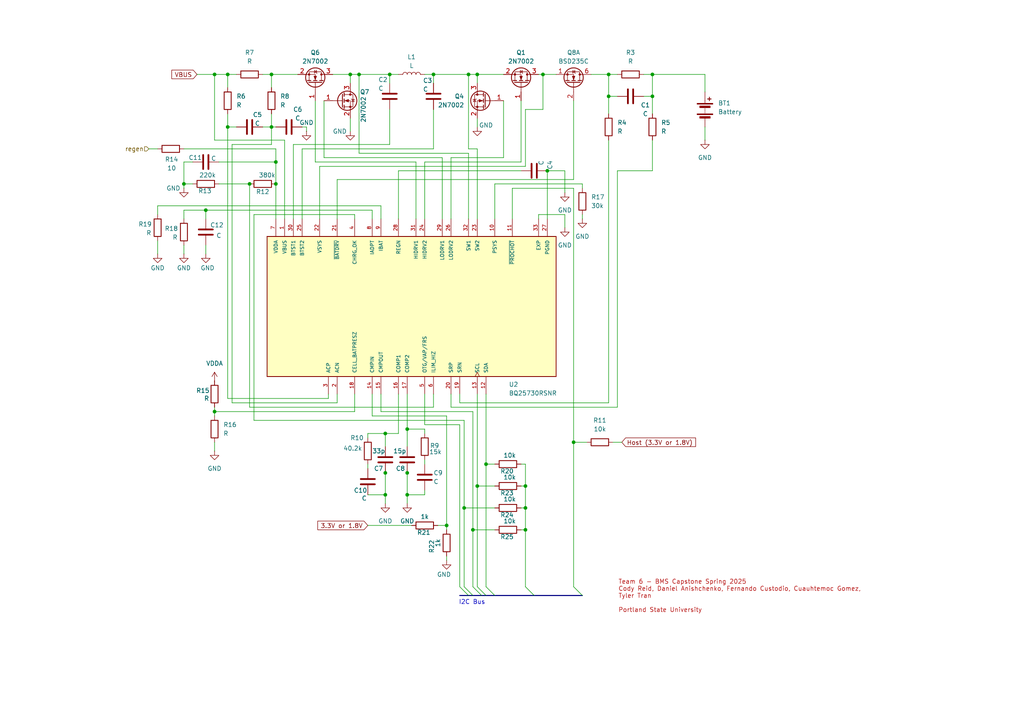
<source format=kicad_sch>
(kicad_sch
	(version 20250114)
	(generator "eeschema")
	(generator_version "9.0")
	(uuid "55e95d0e-1868-4cea-bb34-d2792d965411")
	(paper "A4")
	(lib_symbols
		(symbol "BQ25730RSNR:BQ25730RSNR"
			(pin_names
				(offset 1.016)
			)
			(exclude_from_sim no)
			(in_bom yes)
			(on_board yes)
			(property "Reference" "U"
				(at -20.32 41.148 0)
				(effects
					(font
						(size 1.27 1.27)
					)
					(justify left bottom)
				)
			)
			(property "Value" "BQ25730RSNR"
				(at -20.32 -45.72 0)
				(effects
					(font
						(size 1.27 1.27)
					)
					(justify left bottom)
				)
			)
			(property "Footprint" "BQ25730RSNR:IC_BQ25730RSNR"
				(at 0 0 0)
				(effects
					(font
						(size 1.27 1.27)
					)
					(justify bottom)
					(hide yes)
				)
			)
			(property "Datasheet" ""
				(at 0 0 0)
				(effects
					(font
						(size 1.27 1.27)
					)
					(hide yes)
				)
			)
			(property "Description" ""
				(at 0 0 0)
				(effects
					(font
						(size 1.27 1.27)
					)
					(hide yes)
				)
			)
			(property "MF" "Texas Instruments"
				(at 0 0 0)
				(effects
					(font
						(size 1.27 1.27)
					)
					(justify bottom)
					(hide yes)
				)
			)
			(property "MAXIMUM_PACKAGE_HEIGHT" "0.8 mm"
				(at 0 0 0)
				(effects
					(font
						(size 1.27 1.27)
					)
					(justify bottom)
					(hide yes)
				)
			)
			(property "Package" "QFN-32 Texas Instruments"
				(at 0 0 0)
				(effects
					(font
						(size 1.27 1.27)
					)
					(justify bottom)
					(hide yes)
				)
			)
			(property "Price" "None"
				(at 0 0 0)
				(effects
					(font
						(size 1.27 1.27)
					)
					(justify bottom)
					(hide yes)
				)
			)
			(property "Check_prices" "https://www.snapeda.com/parts/BQ25730RSNR/Texas+Instruments/view-part/?ref=eda"
				(at 0 0 0)
				(effects
					(font
						(size 1.27 1.27)
					)
					(justify bottom)
					(hide yes)
				)
			)
			(property "STANDARD" "Manufacturer Recommendations"
				(at 0 0 0)
				(effects
					(font
						(size 1.27 1.27)
					)
					(justify bottom)
					(hide yes)
				)
			)
			(property "PARTREV" "February 2021"
				(at 0 0 0)
				(effects
					(font
						(size 1.27 1.27)
					)
					(justify bottom)
					(hide yes)
				)
			)
			(property "SnapEDA_Link" "https://www.snapeda.com/parts/BQ25730RSNR/Texas+Instruments/view-part/?ref=snap"
				(at 0 0 0)
				(effects
					(font
						(size 1.27 1.27)
					)
					(justify bottom)
					(hide yes)
				)
			)
			(property "MP" "BQ25730RSNR"
				(at 0 0 0)
				(effects
					(font
						(size 1.27 1.27)
					)
					(justify bottom)
					(hide yes)
				)
			)
			(property "Description_1" "I²C 1-5 cell NVDC buck-boost battery charge controller with power path and USB-C® PD OTG"
				(at 0 0 0)
				(effects
					(font
						(size 1.27 1.27)
					)
					(justify bottom)
					(hide yes)
				)
			)
			(property "MANUFACTURER" "Texas Instruments"
				(at 0 0 0)
				(effects
					(font
						(size 1.27 1.27)
					)
					(justify bottom)
					(hide yes)
				)
			)
			(property "Availability" "In Stock"
				(at 0 0 0)
				(effects
					(font
						(size 1.27 1.27)
					)
					(justify bottom)
					(hide yes)
				)
			)
			(property "SNAPEDA_PN" "BQ25730RSNR"
				(at 0 0 0)
				(effects
					(font
						(size 1.27 1.27)
					)
					(justify bottom)
					(hide yes)
				)
			)
			(symbol "BQ25730RSNR_0_0"
				(rectangle
					(start -20.32 -43.18)
					(end 20.32 40.64)
					(stroke
						(width 0.254)
						(type default)
					)
					(fill
						(type background)
					)
				)
				(pin input line
					(at -25.4 22.86 0)
					(length 5.08)
					(name "ACP"
						(effects
							(font
								(size 1.016 1.016)
							)
						)
					)
					(number "3"
						(effects
							(font
								(size 1.016 1.016)
							)
						)
					)
				)
				(pin input line
					(at -25.4 20.32 0)
					(length 5.08)
					(name "ACN"
						(effects
							(font
								(size 1.016 1.016)
							)
						)
					)
					(number "2"
						(effects
							(font
								(size 1.016 1.016)
							)
						)
					)
				)
				(pin input line
					(at -25.4 15.24 0)
					(length 5.08)
					(name "CELL_BATPRESZ"
						(effects
							(font
								(size 1.016 1.016)
							)
						)
					)
					(number "18"
						(effects
							(font
								(size 1.016 1.016)
							)
						)
					)
				)
				(pin input line
					(at -25.4 10.16 0)
					(length 5.08)
					(name "CMPIN"
						(effects
							(font
								(size 1.016 1.016)
							)
						)
					)
					(number "14"
						(effects
							(font
								(size 1.016 1.016)
							)
						)
					)
				)
				(pin output line
					(at -25.4 7.62 0)
					(length 5.08)
					(name "CMPOUT"
						(effects
							(font
								(size 1.016 1.016)
							)
						)
					)
					(number "15"
						(effects
							(font
								(size 1.016 1.016)
							)
						)
					)
				)
				(pin input line
					(at -25.4 2.54 0)
					(length 5.08)
					(name "COMP1"
						(effects
							(font
								(size 1.016 1.016)
							)
						)
					)
					(number "16"
						(effects
							(font
								(size 1.016 1.016)
							)
						)
					)
				)
				(pin input line
					(at -25.4 0 0)
					(length 5.08)
					(name "COMP2"
						(effects
							(font
								(size 1.016 1.016)
							)
						)
					)
					(number "17"
						(effects
							(font
								(size 1.016 1.016)
							)
						)
					)
				)
				(pin input line
					(at -25.4 -5.08 0)
					(length 5.08)
					(name "OTG/VAP/FRS"
						(effects
							(font
								(size 1.016 1.016)
							)
						)
					)
					(number "5"
						(effects
							(font
								(size 1.016 1.016)
							)
						)
					)
				)
				(pin input line
					(at -25.4 -7.62 0)
					(length 5.08)
					(name "ILIM_HIZ"
						(effects
							(font
								(size 1.016 1.016)
							)
						)
					)
					(number "6"
						(effects
							(font
								(size 1.016 1.016)
							)
						)
					)
				)
				(pin input line
					(at -25.4 -12.7 0)
					(length 5.08)
					(name "SRP"
						(effects
							(font
								(size 1.016 1.016)
							)
						)
					)
					(number "20"
						(effects
							(font
								(size 1.016 1.016)
							)
						)
					)
				)
				(pin input line
					(at -25.4 -15.24 0)
					(length 5.08)
					(name "SRN"
						(effects
							(font
								(size 1.016 1.016)
							)
						)
					)
					(number "19"
						(effects
							(font
								(size 1.016 1.016)
							)
						)
					)
				)
				(pin input clock
					(at -25.4 -20.32 0)
					(length 5.08)
					(name "SCL"
						(effects
							(font
								(size 1.016 1.016)
							)
						)
					)
					(number "13"
						(effects
							(font
								(size 1.016 1.016)
							)
						)
					)
				)
				(pin bidirectional line
					(at -25.4 -22.86 0)
					(length 5.08)
					(name "SDA"
						(effects
							(font
								(size 1.016 1.016)
							)
						)
					)
					(number "12"
						(effects
							(font
								(size 1.016 1.016)
							)
						)
					)
				)
				(pin power_in line
					(at 25.4 38.1 180)
					(length 5.08)
					(name "VDDA"
						(effects
							(font
								(size 1.016 1.016)
							)
						)
					)
					(number "7"
						(effects
							(font
								(size 1.016 1.016)
							)
						)
					)
				)
				(pin power_in line
					(at 25.4 35.56 180)
					(length 5.08)
					(name "VBUS"
						(effects
							(font
								(size 1.016 1.016)
							)
						)
					)
					(number "1"
						(effects
							(font
								(size 1.016 1.016)
							)
						)
					)
				)
				(pin power_in line
					(at 25.4 33.02 180)
					(length 5.08)
					(name "BTST1"
						(effects
							(font
								(size 1.016 1.016)
							)
						)
					)
					(number "30"
						(effects
							(font
								(size 1.016 1.016)
							)
						)
					)
				)
				(pin power_in line
					(at 25.4 30.48 180)
					(length 5.08)
					(name "BTST2"
						(effects
							(font
								(size 1.016 1.016)
							)
						)
					)
					(number "25"
						(effects
							(font
								(size 1.016 1.016)
							)
						)
					)
				)
				(pin power_in line
					(at 25.4 25.4 180)
					(length 5.08)
					(name "VSYS"
						(effects
							(font
								(size 1.016 1.016)
							)
						)
					)
					(number "22"
						(effects
							(font
								(size 1.016 1.016)
							)
						)
					)
				)
				(pin output line
					(at 25.4 20.32 180)
					(length 5.08)
					(name "~{BATDRV}"
						(effects
							(font
								(size 1.016 1.016)
							)
						)
					)
					(number "21"
						(effects
							(font
								(size 1.016 1.016)
							)
						)
					)
				)
				(pin output line
					(at 25.4 15.24 180)
					(length 5.08)
					(name "CHRG_OK"
						(effects
							(font
								(size 1.016 1.016)
							)
						)
					)
					(number "4"
						(effects
							(font
								(size 1.016 1.016)
							)
						)
					)
				)
				(pin output line
					(at 25.4 10.16 180)
					(length 5.08)
					(name "IADPT"
						(effects
							(font
								(size 1.016 1.016)
							)
						)
					)
					(number "8"
						(effects
							(font
								(size 1.016 1.016)
							)
						)
					)
				)
				(pin output line
					(at 25.4 7.62 180)
					(length 5.08)
					(name "IBAT"
						(effects
							(font
								(size 1.016 1.016)
							)
						)
					)
					(number "9"
						(effects
							(font
								(size 1.016 1.016)
							)
						)
					)
				)
				(pin output line
					(at 25.4 2.54 180)
					(length 5.08)
					(name "REGN"
						(effects
							(font
								(size 1.016 1.016)
							)
						)
					)
					(number "28"
						(effects
							(font
								(size 1.016 1.016)
							)
						)
					)
				)
				(pin output line
					(at 25.4 -2.54 180)
					(length 5.08)
					(name "HIDRV1"
						(effects
							(font
								(size 1.016 1.016)
							)
						)
					)
					(number "31"
						(effects
							(font
								(size 1.016 1.016)
							)
						)
					)
				)
				(pin output line
					(at 25.4 -5.08 180)
					(length 5.08)
					(name "HIDRV2"
						(effects
							(font
								(size 1.016 1.016)
							)
						)
					)
					(number "24"
						(effects
							(font
								(size 1.016 1.016)
							)
						)
					)
				)
				(pin output line
					(at 25.4 -10.16 180)
					(length 5.08)
					(name "LODRV1"
						(effects
							(font
								(size 1.016 1.016)
							)
						)
					)
					(number "29"
						(effects
							(font
								(size 1.016 1.016)
							)
						)
					)
				)
				(pin output line
					(at 25.4 -12.7 180)
					(length 5.08)
					(name "LODRV2"
						(effects
							(font
								(size 1.016 1.016)
							)
						)
					)
					(number "26"
						(effects
							(font
								(size 1.016 1.016)
							)
						)
					)
				)
				(pin output line
					(at 25.4 -17.78 180)
					(length 5.08)
					(name "SW1"
						(effects
							(font
								(size 1.016 1.016)
							)
						)
					)
					(number "32"
						(effects
							(font
								(size 1.016 1.016)
							)
						)
					)
				)
				(pin output line
					(at 25.4 -20.32 180)
					(length 5.08)
					(name "SW2"
						(effects
							(font
								(size 1.016 1.016)
							)
						)
					)
					(number "23"
						(effects
							(font
								(size 1.016 1.016)
							)
						)
					)
				)
				(pin output line
					(at 25.4 -25.4 180)
					(length 5.08)
					(name "PSYS"
						(effects
							(font
								(size 1.016 1.016)
							)
						)
					)
					(number "10"
						(effects
							(font
								(size 1.016 1.016)
							)
						)
					)
				)
				(pin output line
					(at 25.4 -30.48 180)
					(length 5.08)
					(name "~{PROCHOT}"
						(effects
							(font
								(size 1.016 1.016)
							)
						)
					)
					(number "11"
						(effects
							(font
								(size 1.016 1.016)
							)
						)
					)
				)
				(pin power_in line
					(at 25.4 -38.1 180)
					(length 5.08)
					(name "EXP"
						(effects
							(font
								(size 1.016 1.016)
							)
						)
					)
					(number "33"
						(effects
							(font
								(size 1.016 1.016)
							)
						)
					)
				)
				(pin power_in line
					(at 25.4 -40.64 180)
					(length 5.08)
					(name "PGND"
						(effects
							(font
								(size 1.016 1.016)
							)
						)
					)
					(number "27"
						(effects
							(font
								(size 1.016 1.016)
							)
						)
					)
				)
			)
			(embedded_fonts no)
		)
		(symbol "Device:Battery"
			(pin_numbers
				(hide yes)
			)
			(pin_names
				(offset 0)
				(hide yes)
			)
			(exclude_from_sim no)
			(in_bom yes)
			(on_board yes)
			(property "Reference" "BT"
				(at 2.54 2.54 0)
				(effects
					(font
						(size 1.27 1.27)
					)
					(justify left)
				)
			)
			(property "Value" "Battery"
				(at 2.54 0 0)
				(effects
					(font
						(size 1.27 1.27)
					)
					(justify left)
				)
			)
			(property "Footprint" ""
				(at 0 1.524 90)
				(effects
					(font
						(size 1.27 1.27)
					)
					(hide yes)
				)
			)
			(property "Datasheet" "~"
				(at 0 1.524 90)
				(effects
					(font
						(size 1.27 1.27)
					)
					(hide yes)
				)
			)
			(property "Description" "Multiple-cell battery"
				(at 0 0 0)
				(effects
					(font
						(size 1.27 1.27)
					)
					(hide yes)
				)
			)
			(property "ki_keywords" "batt voltage-source cell"
				(at 0 0 0)
				(effects
					(font
						(size 1.27 1.27)
					)
					(hide yes)
				)
			)
			(symbol "Battery_0_1"
				(rectangle
					(start -2.286 1.778)
					(end 2.286 1.524)
					(stroke
						(width 0)
						(type default)
					)
					(fill
						(type outline)
					)
				)
				(rectangle
					(start -2.286 -1.27)
					(end 2.286 -1.524)
					(stroke
						(width 0)
						(type default)
					)
					(fill
						(type outline)
					)
				)
				(rectangle
					(start -1.524 1.016)
					(end 1.524 0.508)
					(stroke
						(width 0)
						(type default)
					)
					(fill
						(type outline)
					)
				)
				(rectangle
					(start -1.524 -2.032)
					(end 1.524 -2.54)
					(stroke
						(width 0)
						(type default)
					)
					(fill
						(type outline)
					)
				)
				(polyline
					(pts
						(xy 0 1.778) (xy 0 2.54)
					)
					(stroke
						(width 0)
						(type default)
					)
					(fill
						(type none)
					)
				)
				(polyline
					(pts
						(xy 0 0) (xy 0 0.254)
					)
					(stroke
						(width 0)
						(type default)
					)
					(fill
						(type none)
					)
				)
				(polyline
					(pts
						(xy 0 -0.508) (xy 0 -0.254)
					)
					(stroke
						(width 0)
						(type default)
					)
					(fill
						(type none)
					)
				)
				(polyline
					(pts
						(xy 0 -1.016) (xy 0 -0.762)
					)
					(stroke
						(width 0)
						(type default)
					)
					(fill
						(type none)
					)
				)
				(polyline
					(pts
						(xy 0.762 3.048) (xy 1.778 3.048)
					)
					(stroke
						(width 0.254)
						(type default)
					)
					(fill
						(type none)
					)
				)
				(polyline
					(pts
						(xy 1.27 3.556) (xy 1.27 2.54)
					)
					(stroke
						(width 0.254)
						(type default)
					)
					(fill
						(type none)
					)
				)
			)
			(symbol "Battery_1_1"
				(pin passive line
					(at 0 5.08 270)
					(length 2.54)
					(name "+"
						(effects
							(font
								(size 1.27 1.27)
							)
						)
					)
					(number "1"
						(effects
							(font
								(size 1.27 1.27)
							)
						)
					)
				)
				(pin passive line
					(at 0 -5.08 90)
					(length 2.54)
					(name "-"
						(effects
							(font
								(size 1.27 1.27)
							)
						)
					)
					(number "2"
						(effects
							(font
								(size 1.27 1.27)
							)
						)
					)
				)
			)
			(embedded_fonts no)
		)
		(symbol "Device:C"
			(pin_numbers
				(hide yes)
			)
			(pin_names
				(offset 0.254)
			)
			(exclude_from_sim no)
			(in_bom yes)
			(on_board yes)
			(property "Reference" "C"
				(at 0.635 2.54 0)
				(effects
					(font
						(size 1.27 1.27)
					)
					(justify left)
				)
			)
			(property "Value" "C"
				(at 0.635 -2.54 0)
				(effects
					(font
						(size 1.27 1.27)
					)
					(justify left)
				)
			)
			(property "Footprint" ""
				(at 0.9652 -3.81 0)
				(effects
					(font
						(size 1.27 1.27)
					)
					(hide yes)
				)
			)
			(property "Datasheet" "~"
				(at 0 0 0)
				(effects
					(font
						(size 1.27 1.27)
					)
					(hide yes)
				)
			)
			(property "Description" "Unpolarized capacitor"
				(at 0 0 0)
				(effects
					(font
						(size 1.27 1.27)
					)
					(hide yes)
				)
			)
			(property "ki_keywords" "cap capacitor"
				(at 0 0 0)
				(effects
					(font
						(size 1.27 1.27)
					)
					(hide yes)
				)
			)
			(property "ki_fp_filters" "C_*"
				(at 0 0 0)
				(effects
					(font
						(size 1.27 1.27)
					)
					(hide yes)
				)
			)
			(symbol "C_0_1"
				(polyline
					(pts
						(xy -2.032 0.762) (xy 2.032 0.762)
					)
					(stroke
						(width 0.508)
						(type default)
					)
					(fill
						(type none)
					)
				)
				(polyline
					(pts
						(xy -2.032 -0.762) (xy 2.032 -0.762)
					)
					(stroke
						(width 0.508)
						(type default)
					)
					(fill
						(type none)
					)
				)
			)
			(symbol "C_1_1"
				(pin passive line
					(at 0 3.81 270)
					(length 2.794)
					(name "~"
						(effects
							(font
								(size 1.27 1.27)
							)
						)
					)
					(number "1"
						(effects
							(font
								(size 1.27 1.27)
							)
						)
					)
				)
				(pin passive line
					(at 0 -3.81 90)
					(length 2.794)
					(name "~"
						(effects
							(font
								(size 1.27 1.27)
							)
						)
					)
					(number "2"
						(effects
							(font
								(size 1.27 1.27)
							)
						)
					)
				)
			)
			(embedded_fonts no)
		)
		(symbol "Device:L"
			(pin_numbers
				(hide yes)
			)
			(pin_names
				(offset 1.016)
				(hide yes)
			)
			(exclude_from_sim no)
			(in_bom yes)
			(on_board yes)
			(property "Reference" "L"
				(at -1.27 0 90)
				(effects
					(font
						(size 1.27 1.27)
					)
				)
			)
			(property "Value" "L"
				(at 1.905 0 90)
				(effects
					(font
						(size 1.27 1.27)
					)
				)
			)
			(property "Footprint" ""
				(at 0 0 0)
				(effects
					(font
						(size 1.27 1.27)
					)
					(hide yes)
				)
			)
			(property "Datasheet" "~"
				(at 0 0 0)
				(effects
					(font
						(size 1.27 1.27)
					)
					(hide yes)
				)
			)
			(property "Description" "Inductor"
				(at 0 0 0)
				(effects
					(font
						(size 1.27 1.27)
					)
					(hide yes)
				)
			)
			(property "ki_keywords" "inductor choke coil reactor magnetic"
				(at 0 0 0)
				(effects
					(font
						(size 1.27 1.27)
					)
					(hide yes)
				)
			)
			(property "ki_fp_filters" "Choke_* *Coil* Inductor_* L_*"
				(at 0 0 0)
				(effects
					(font
						(size 1.27 1.27)
					)
					(hide yes)
				)
			)
			(symbol "L_0_1"
				(arc
					(start 0 2.54)
					(mid 0.6323 1.905)
					(end 0 1.27)
					(stroke
						(width 0)
						(type default)
					)
					(fill
						(type none)
					)
				)
				(arc
					(start 0 1.27)
					(mid 0.6323 0.635)
					(end 0 0)
					(stroke
						(width 0)
						(type default)
					)
					(fill
						(type none)
					)
				)
				(arc
					(start 0 0)
					(mid 0.6323 -0.635)
					(end 0 -1.27)
					(stroke
						(width 0)
						(type default)
					)
					(fill
						(type none)
					)
				)
				(arc
					(start 0 -1.27)
					(mid 0.6323 -1.905)
					(end 0 -2.54)
					(stroke
						(width 0)
						(type default)
					)
					(fill
						(type none)
					)
				)
			)
			(symbol "L_1_1"
				(pin passive line
					(at 0 3.81 270)
					(length 1.27)
					(name "1"
						(effects
							(font
								(size 1.27 1.27)
							)
						)
					)
					(number "1"
						(effects
							(font
								(size 1.27 1.27)
							)
						)
					)
				)
				(pin passive line
					(at 0 -3.81 90)
					(length 1.27)
					(name "2"
						(effects
							(font
								(size 1.27 1.27)
							)
						)
					)
					(number "2"
						(effects
							(font
								(size 1.27 1.27)
							)
						)
					)
				)
			)
			(embedded_fonts no)
		)
		(symbol "Device:R"
			(pin_numbers
				(hide yes)
			)
			(pin_names
				(offset 0)
			)
			(exclude_from_sim no)
			(in_bom yes)
			(on_board yes)
			(property "Reference" "R"
				(at 2.032 0 90)
				(effects
					(font
						(size 1.27 1.27)
					)
				)
			)
			(property "Value" "R"
				(at 0 0 90)
				(effects
					(font
						(size 1.27 1.27)
					)
				)
			)
			(property "Footprint" ""
				(at -1.778 0 90)
				(effects
					(font
						(size 1.27 1.27)
					)
					(hide yes)
				)
			)
			(property "Datasheet" "~"
				(at 0 0 0)
				(effects
					(font
						(size 1.27 1.27)
					)
					(hide yes)
				)
			)
			(property "Description" "Resistor"
				(at 0 0 0)
				(effects
					(font
						(size 1.27 1.27)
					)
					(hide yes)
				)
			)
			(property "ki_keywords" "R res resistor"
				(at 0 0 0)
				(effects
					(font
						(size 1.27 1.27)
					)
					(hide yes)
				)
			)
			(property "ki_fp_filters" "R_*"
				(at 0 0 0)
				(effects
					(font
						(size 1.27 1.27)
					)
					(hide yes)
				)
			)
			(symbol "R_0_1"
				(rectangle
					(start -1.016 -2.54)
					(end 1.016 2.54)
					(stroke
						(width 0.254)
						(type default)
					)
					(fill
						(type none)
					)
				)
			)
			(symbol "R_1_1"
				(pin passive line
					(at 0 3.81 270)
					(length 1.27)
					(name "~"
						(effects
							(font
								(size 1.27 1.27)
							)
						)
					)
					(number "1"
						(effects
							(font
								(size 1.27 1.27)
							)
						)
					)
				)
				(pin passive line
					(at 0 -3.81 90)
					(length 1.27)
					(name "~"
						(effects
							(font
								(size 1.27 1.27)
							)
						)
					)
					(number "2"
						(effects
							(font
								(size 1.27 1.27)
							)
						)
					)
				)
			)
			(embedded_fonts no)
		)
		(symbol "Transistor_FET:2N7002"
			(pin_names
				(hide yes)
			)
			(exclude_from_sim no)
			(in_bom yes)
			(on_board yes)
			(property "Reference" "Q"
				(at 5.08 1.905 0)
				(effects
					(font
						(size 1.27 1.27)
					)
					(justify left)
				)
			)
			(property "Value" "2N7002"
				(at 5.08 0 0)
				(effects
					(font
						(size 1.27 1.27)
					)
					(justify left)
				)
			)
			(property "Footprint" "Package_TO_SOT_SMD:SOT-23"
				(at 5.08 -1.905 0)
				(effects
					(font
						(size 1.27 1.27)
						(italic yes)
					)
					(justify left)
					(hide yes)
				)
			)
			(property "Datasheet" "https://www.onsemi.com/pub/Collateral/NDS7002A-D.PDF"
				(at 5.08 -3.81 0)
				(effects
					(font
						(size 1.27 1.27)
					)
					(justify left)
					(hide yes)
				)
			)
			(property "Description" "0.115A Id, 60V Vds, N-Channel MOSFET, SOT-23"
				(at 0 0 0)
				(effects
					(font
						(size 1.27 1.27)
					)
					(hide yes)
				)
			)
			(property "ki_keywords" "N-Channel Switching MOSFET"
				(at 0 0 0)
				(effects
					(font
						(size 1.27 1.27)
					)
					(hide yes)
				)
			)
			(property "ki_fp_filters" "SOT?23*"
				(at 0 0 0)
				(effects
					(font
						(size 1.27 1.27)
					)
					(hide yes)
				)
			)
			(symbol "2N7002_0_1"
				(polyline
					(pts
						(xy 0.254 1.905) (xy 0.254 -1.905)
					)
					(stroke
						(width 0.254)
						(type default)
					)
					(fill
						(type none)
					)
				)
				(polyline
					(pts
						(xy 0.254 0) (xy -2.54 0)
					)
					(stroke
						(width 0)
						(type default)
					)
					(fill
						(type none)
					)
				)
				(polyline
					(pts
						(xy 0.762 2.286) (xy 0.762 1.27)
					)
					(stroke
						(width 0.254)
						(type default)
					)
					(fill
						(type none)
					)
				)
				(polyline
					(pts
						(xy 0.762 0.508) (xy 0.762 -0.508)
					)
					(stroke
						(width 0.254)
						(type default)
					)
					(fill
						(type none)
					)
				)
				(polyline
					(pts
						(xy 0.762 -1.27) (xy 0.762 -2.286)
					)
					(stroke
						(width 0.254)
						(type default)
					)
					(fill
						(type none)
					)
				)
				(polyline
					(pts
						(xy 0.762 -1.778) (xy 3.302 -1.778) (xy 3.302 1.778) (xy 0.762 1.778)
					)
					(stroke
						(width 0)
						(type default)
					)
					(fill
						(type none)
					)
				)
				(polyline
					(pts
						(xy 1.016 0) (xy 2.032 0.381) (xy 2.032 -0.381) (xy 1.016 0)
					)
					(stroke
						(width 0)
						(type default)
					)
					(fill
						(type outline)
					)
				)
				(circle
					(center 1.651 0)
					(radius 2.794)
					(stroke
						(width 0.254)
						(type default)
					)
					(fill
						(type none)
					)
				)
				(polyline
					(pts
						(xy 2.54 2.54) (xy 2.54 1.778)
					)
					(stroke
						(width 0)
						(type default)
					)
					(fill
						(type none)
					)
				)
				(circle
					(center 2.54 1.778)
					(radius 0.254)
					(stroke
						(width 0)
						(type default)
					)
					(fill
						(type outline)
					)
				)
				(circle
					(center 2.54 -1.778)
					(radius 0.254)
					(stroke
						(width 0)
						(type default)
					)
					(fill
						(type outline)
					)
				)
				(polyline
					(pts
						(xy 2.54 -2.54) (xy 2.54 0) (xy 0.762 0)
					)
					(stroke
						(width 0)
						(type default)
					)
					(fill
						(type none)
					)
				)
				(polyline
					(pts
						(xy 2.794 0.508) (xy 2.921 0.381) (xy 3.683 0.381) (xy 3.81 0.254)
					)
					(stroke
						(width 0)
						(type default)
					)
					(fill
						(type none)
					)
				)
				(polyline
					(pts
						(xy 3.302 0.381) (xy 2.921 -0.254) (xy 3.683 -0.254) (xy 3.302 0.381)
					)
					(stroke
						(width 0)
						(type default)
					)
					(fill
						(type none)
					)
				)
			)
			(symbol "2N7002_1_1"
				(pin input line
					(at -5.08 0 0)
					(length 2.54)
					(name "G"
						(effects
							(font
								(size 1.27 1.27)
							)
						)
					)
					(number "1"
						(effects
							(font
								(size 1.27 1.27)
							)
						)
					)
				)
				(pin passive line
					(at 2.54 5.08 270)
					(length 2.54)
					(name "D"
						(effects
							(font
								(size 1.27 1.27)
							)
						)
					)
					(number "3"
						(effects
							(font
								(size 1.27 1.27)
							)
						)
					)
				)
				(pin passive line
					(at 2.54 -5.08 90)
					(length 2.54)
					(name "S"
						(effects
							(font
								(size 1.27 1.27)
							)
						)
					)
					(number "2"
						(effects
							(font
								(size 1.27 1.27)
							)
						)
					)
				)
			)
			(embedded_fonts no)
		)
		(symbol "Transistor_FET:BSD235C"
			(pin_names
				(hide yes)
			)
			(exclude_from_sim no)
			(in_bom yes)
			(on_board yes)
			(property "Reference" "Q"
				(at 5.08 2.54 0)
				(effects
					(font
						(size 1.27 1.27)
					)
					(justify left)
				)
			)
			(property "Value" "BSD235C"
				(at 5.08 0 0)
				(effects
					(font
						(size 1.27 1.27)
					)
					(justify left)
				)
			)
			(property "Footprint" "Package_TO_SOT_SMD:SOT-363_SC-70-6"
				(at 5.08 -1.905 0)
				(effects
					(font
						(size 1.27 1.27)
						(italic yes)
					)
					(justify left)
					(hide yes)
				)
			)
			(property "Datasheet" "https://www.infineon.com/dgdl/Infineon-BSD235C-DS-v02_04-EN.pdf?fileId=db3a30433580b371013585a2d0d53326"
				(at 5.08 -3.81 0)
				(effects
					(font
						(size 1.27 1.27)
					)
					(justify left)
					(hide yes)
				)
			)
			(property "Description" "-0.53/+0.95A Id, -20/+20V Vds, P/N-Channel MOSFET, SOT-363, Infineon"
				(at 0 0 0)
				(effects
					(font
						(size 1.27 1.27)
					)
					(hide yes)
				)
			)
			(property "ki_keywords" "OptiMOS MOSFET complementary nmos pmos enhanced avalanche AEC Q101 super logic infineon"
				(at 0 0 0)
				(effects
					(font
						(size 1.27 1.27)
					)
					(hide yes)
				)
			)
			(property "ki_fp_filters" "SOT?363*"
				(at 0 0 0)
				(effects
					(font
						(size 1.27 1.27)
					)
					(hide yes)
				)
			)
			(symbol "BSD235C_1_1"
				(polyline
					(pts
						(xy 0.254 0) (xy -2.54 0)
					)
					(stroke
						(width 0)
						(type default)
					)
					(fill
						(type none)
					)
				)
				(polyline
					(pts
						(xy 0.254 -1.905) (xy 0.254 1.905)
					)
					(stroke
						(width 0.254)
						(type default)
					)
					(fill
						(type none)
					)
				)
				(polyline
					(pts
						(xy 0.762 1.778) (xy 3.302 1.778) (xy 3.302 -1.778) (xy 0.762 -1.778)
					)
					(stroke
						(width 0)
						(type default)
					)
					(fill
						(type none)
					)
				)
				(polyline
					(pts
						(xy 0.762 1.27) (xy 0.762 2.286)
					)
					(stroke
						(width 0.254)
						(type default)
					)
					(fill
						(type none)
					)
				)
				(polyline
					(pts
						(xy 0.762 -0.508) (xy 0.762 0.508)
					)
					(stroke
						(width 0.254)
						(type default)
					)
					(fill
						(type none)
					)
				)
				(polyline
					(pts
						(xy 0.762 -2.286) (xy 0.762 -1.27)
					)
					(stroke
						(width 0.254)
						(type default)
					)
					(fill
						(type none)
					)
				)
				(polyline
					(pts
						(xy 1.016 0) (xy 2.032 -0.381) (xy 2.032 0.381) (xy 1.016 0)
					)
					(stroke
						(width 0)
						(type default)
					)
					(fill
						(type outline)
					)
				)
				(circle
					(center 1.651 0)
					(radius 2.794)
					(stroke
						(width 0.254)
						(type default)
					)
					(fill
						(type none)
					)
				)
				(polyline
					(pts
						(xy 2.54 1.905) (xy 2.54 2.54)
					)
					(stroke
						(width 0)
						(type default)
					)
					(fill
						(type none)
					)
				)
				(circle
					(center 2.54 1.778)
					(radius 0.254)
					(stroke
						(width 0)
						(type default)
					)
					(fill
						(type outline)
					)
				)
				(circle
					(center 2.54 -1.778)
					(radius 0.254)
					(stroke
						(width 0)
						(type default)
					)
					(fill
						(type outline)
					)
				)
				(polyline
					(pts
						(xy 2.54 -2.54) (xy 2.54 0) (xy 0.762 0)
					)
					(stroke
						(width 0)
						(type default)
					)
					(fill
						(type none)
					)
				)
				(polyline
					(pts
						(xy 2.794 0.508) (xy 2.921 0.381) (xy 3.683 0.381) (xy 3.81 0.254)
					)
					(stroke
						(width 0)
						(type default)
					)
					(fill
						(type none)
					)
				)
				(polyline
					(pts
						(xy 3.302 0.381) (xy 2.921 -0.254) (xy 3.683 -0.254) (xy 3.302 0.381)
					)
					(stroke
						(width 0)
						(type default)
					)
					(fill
						(type none)
					)
				)
				(pin input line
					(at -5.08 0 0)
					(length 2.54)
					(name "GN"
						(effects
							(font
								(size 1.27 1.27)
							)
						)
					)
					(number "2"
						(effects
							(font
								(size 1.27 1.27)
							)
						)
					)
				)
				(pin passive line
					(at 2.54 5.08 270)
					(length 2.54)
					(name "DN"
						(effects
							(font
								(size 1.27 1.27)
							)
						)
					)
					(number "6"
						(effects
							(font
								(size 1.27 1.27)
							)
						)
					)
				)
				(pin passive line
					(at 2.54 -5.08 90)
					(length 2.54)
					(name "SN"
						(effects
							(font
								(size 1.27 1.27)
							)
						)
					)
					(number "1"
						(effects
							(font
								(size 1.27 1.27)
							)
						)
					)
				)
			)
			(symbol "BSD235C_2_1"
				(polyline
					(pts
						(xy 0.254 1.905) (xy 0.254 -1.905)
					)
					(stroke
						(width 0.254)
						(type default)
					)
					(fill
						(type none)
					)
				)
				(polyline
					(pts
						(xy 0.254 0) (xy -2.54 0)
					)
					(stroke
						(width 0)
						(type default)
					)
					(fill
						(type none)
					)
				)
				(polyline
					(pts
						(xy 0.762 2.286) (xy 0.762 1.27)
					)
					(stroke
						(width 0.254)
						(type default)
					)
					(fill
						(type none)
					)
				)
				(polyline
					(pts
						(xy 0.762 0.508) (xy 0.762 -0.508)
					)
					(stroke
						(width 0.254)
						(type default)
					)
					(fill
						(type none)
					)
				)
				(polyline
					(pts
						(xy 0.762 -1.27) (xy 0.762 -2.286)
					)
					(stroke
						(width 0.254)
						(type default)
					)
					(fill
						(type none)
					)
				)
				(polyline
					(pts
						(xy 0.762 -1.778) (xy 3.302 -1.778) (xy 3.302 1.778) (xy 0.762 1.778)
					)
					(stroke
						(width 0)
						(type default)
					)
					(fill
						(type none)
					)
				)
				(circle
					(center 1.651 0)
					(radius 2.794)
					(stroke
						(width 0.254)
						(type default)
					)
					(fill
						(type none)
					)
				)
				(polyline
					(pts
						(xy 2.286 0) (xy 1.27 -0.381) (xy 1.27 0.381) (xy 2.286 0)
					)
					(stroke
						(width 0)
						(type default)
					)
					(fill
						(type outline)
					)
				)
				(polyline
					(pts
						(xy 2.54 2.54) (xy 2.54 0) (xy 0.762 0)
					)
					(stroke
						(width 0)
						(type default)
					)
					(fill
						(type none)
					)
				)
				(circle
					(center 2.54 1.778)
					(radius 0.254)
					(stroke
						(width 0)
						(type default)
					)
					(fill
						(type outline)
					)
				)
				(circle
					(center 2.54 -1.778)
					(radius 0.254)
					(stroke
						(width 0)
						(type default)
					)
					(fill
						(type outline)
					)
				)
				(polyline
					(pts
						(xy 2.54 -1.905) (xy 2.54 -2.54)
					)
					(stroke
						(width 0)
						(type default)
					)
					(fill
						(type none)
					)
				)
				(polyline
					(pts
						(xy 2.794 0.508) (xy 2.921 0.381) (xy 3.683 0.381) (xy 3.81 0.254)
					)
					(stroke
						(width 0)
						(type default)
					)
					(fill
						(type none)
					)
				)
				(polyline
					(pts
						(xy 3.302 0.381) (xy 2.921 -0.254) (xy 3.683 -0.254) (xy 3.302 0.381)
					)
					(stroke
						(width 0)
						(type default)
					)
					(fill
						(type none)
					)
				)
				(pin input line
					(at -5.08 0 0)
					(length 2.54)
					(name "GP"
						(effects
							(font
								(size 1.27 1.27)
							)
						)
					)
					(number "5"
						(effects
							(font
								(size 1.27 1.27)
							)
						)
					)
				)
				(pin passive line
					(at 2.54 5.08 270)
					(length 2.54)
					(name "SP"
						(effects
							(font
								(size 1.27 1.27)
							)
						)
					)
					(number "4"
						(effects
							(font
								(size 1.27 1.27)
							)
						)
					)
				)
				(pin passive line
					(at 2.54 -5.08 90)
					(length 2.54)
					(name "DP"
						(effects
							(font
								(size 1.27 1.27)
							)
						)
					)
					(number "3"
						(effects
							(font
								(size 1.27 1.27)
							)
						)
					)
				)
			)
			(embedded_fonts no)
		)
		(symbol "power:GND"
			(power)
			(pin_numbers
				(hide yes)
			)
			(pin_names
				(offset 0)
				(hide yes)
			)
			(exclude_from_sim no)
			(in_bom yes)
			(on_board yes)
			(property "Reference" "#PWR"
				(at 0 -6.35 0)
				(effects
					(font
						(size 1.27 1.27)
					)
					(hide yes)
				)
			)
			(property "Value" "GND"
				(at 0 -3.81 0)
				(effects
					(font
						(size 1.27 1.27)
					)
				)
			)
			(property "Footprint" ""
				(at 0 0 0)
				(effects
					(font
						(size 1.27 1.27)
					)
					(hide yes)
				)
			)
			(property "Datasheet" ""
				(at 0 0 0)
				(effects
					(font
						(size 1.27 1.27)
					)
					(hide yes)
				)
			)
			(property "Description" "Power symbol creates a global label with name \"GND\" , ground"
				(at 0 0 0)
				(effects
					(font
						(size 1.27 1.27)
					)
					(hide yes)
				)
			)
			(property "ki_keywords" "global power"
				(at 0 0 0)
				(effects
					(font
						(size 1.27 1.27)
					)
					(hide yes)
				)
			)
			(symbol "GND_0_1"
				(polyline
					(pts
						(xy 0 0) (xy 0 -1.27) (xy 1.27 -1.27) (xy 0 -2.54) (xy -1.27 -1.27) (xy 0 -1.27)
					)
					(stroke
						(width 0)
						(type default)
					)
					(fill
						(type none)
					)
				)
			)
			(symbol "GND_1_1"
				(pin power_in line
					(at 0 0 270)
					(length 0)
					(name "~"
						(effects
							(font
								(size 1.27 1.27)
							)
						)
					)
					(number "1"
						(effects
							(font
								(size 1.27 1.27)
							)
						)
					)
				)
			)
			(embedded_fonts no)
		)
		(symbol "power:VDDA"
			(power)
			(pin_numbers
				(hide yes)
			)
			(pin_names
				(offset 0)
				(hide yes)
			)
			(exclude_from_sim no)
			(in_bom yes)
			(on_board yes)
			(property "Reference" "#PWR"
				(at 0 -3.81 0)
				(effects
					(font
						(size 1.27 1.27)
					)
					(hide yes)
				)
			)
			(property "Value" "VDDA"
				(at 0 3.556 0)
				(effects
					(font
						(size 1.27 1.27)
					)
				)
			)
			(property "Footprint" ""
				(at 0 0 0)
				(effects
					(font
						(size 1.27 1.27)
					)
					(hide yes)
				)
			)
			(property "Datasheet" ""
				(at 0 0 0)
				(effects
					(font
						(size 1.27 1.27)
					)
					(hide yes)
				)
			)
			(property "Description" "Power symbol creates a global label with name \"VDDA\""
				(at 0 0 0)
				(effects
					(font
						(size 1.27 1.27)
					)
					(hide yes)
				)
			)
			(property "ki_keywords" "global power"
				(at 0 0 0)
				(effects
					(font
						(size 1.27 1.27)
					)
					(hide yes)
				)
			)
			(symbol "VDDA_0_1"
				(polyline
					(pts
						(xy -0.762 1.27) (xy 0 2.54)
					)
					(stroke
						(width 0)
						(type default)
					)
					(fill
						(type none)
					)
				)
				(polyline
					(pts
						(xy 0 2.54) (xy 0.762 1.27)
					)
					(stroke
						(width 0)
						(type default)
					)
					(fill
						(type none)
					)
				)
				(polyline
					(pts
						(xy 0 0) (xy 0 2.54)
					)
					(stroke
						(width 0)
						(type default)
					)
					(fill
						(type none)
					)
				)
			)
			(symbol "VDDA_1_1"
				(pin power_in line
					(at 0 0 90)
					(length 0)
					(name "~"
						(effects
							(font
								(size 1.27 1.27)
							)
						)
					)
					(number "1"
						(effects
							(font
								(size 1.27 1.27)
							)
						)
					)
				)
			)
			(embedded_fonts no)
		)
	)
	(text "Team 6 - BMS Capstone Spring 2025\nCody Reid, Daniel Anishchenko, Fernando Custodio, Cuauhtemoc Gomez,\nTyler Tran\n\nPortland State University"
		(exclude_from_sim no)
		(at 179.324 168.148 0)
		(effects
			(font
				(size 1.27 1.27)
				(color 184 24 23 1)
			)
			(justify left top)
		)
		(uuid "6bb0a4ad-bfcd-470d-b65a-cb28f578306c")
	)
	(text "I2C Bus\n"
		(exclude_from_sim no)
		(at 136.906 174.752 0)
		(effects
			(font
				(size 1.27 1.27)
			)
		)
		(uuid "f9b1351d-c1b3-48e8-a184-7d026a1ef8bb")
	)
	(junction
		(at 80.01 53.34)
		(diameter 0)
		(color 0 0 0 0)
		(uuid "0c7d1652-6e8c-4b7f-a234-0dee9e5ceeb5")
	)
	(junction
		(at 135.89 21.59)
		(diameter 0)
		(color 0 0 0 0)
		(uuid "0fbf9d21-a9cd-4d76-9888-235c9195bc98")
	)
	(junction
		(at 118.11 124.46)
		(diameter 0)
		(color 0 0 0 0)
		(uuid "16f8a2e8-c4b9-4295-acd3-2ae5b29bcdea")
	)
	(junction
		(at 152.4 140.97)
		(diameter 0)
		(color 0 0 0 0)
		(uuid "1b0c87e6-51b5-4d66-bf7e-a5410a9f4ada")
	)
	(junction
		(at 80.01 46.99)
		(diameter 0)
		(color 0 0 0 0)
		(uuid "2dd7c12b-abde-4bfb-9f3d-b8b77f01cb74")
	)
	(junction
		(at 189.23 21.59)
		(diameter 0)
		(color 0 0 0 0)
		(uuid "352c465a-afd4-4a6d-8062-47fd9f4ad66d")
	)
	(junction
		(at 111.76 143.51)
		(diameter 0)
		(color 0 0 0 0)
		(uuid "4bff6aa8-ec61-40cb-8816-3355d53ad6fc")
	)
	(junction
		(at 158.75 49.53)
		(diameter 0)
		(color 0 0 0 0)
		(uuid "5043378f-6280-470e-98f4-dd9e64a27619")
	)
	(junction
		(at 152.4 153.67)
		(diameter 0)
		(color 0 0 0 0)
		(uuid "56c7eefb-cd26-4dc1-9dc6-71b04abb049c")
	)
	(junction
		(at 62.23 21.59)
		(diameter 0)
		(color 0 0 0 0)
		(uuid "5ec96d3a-c01a-4f50-94b9-b6fad81b87a4")
	)
	(junction
		(at 72.39 53.34)
		(diameter 0)
		(color 0 0 0 0)
		(uuid "617952a5-b468-42af-989d-6214f53d5287")
	)
	(junction
		(at 62.23 119.38)
		(diameter 0)
		(color 0 0 0 0)
		(uuid "63fbd128-e3d1-4bed-9970-8a9c6edbb13b")
	)
	(junction
		(at 138.43 140.97)
		(diameter 0)
		(color 0 0 0 0)
		(uuid "666a0582-da71-4c87-b098-4cf23f529e16")
	)
	(junction
		(at 138.43 21.59)
		(diameter 0)
		(color 0 0 0 0)
		(uuid "67f3dbf6-1c60-4bfe-8230-c17d1188a2d4")
	)
	(junction
		(at 137.16 153.67)
		(diameter 0)
		(color 0 0 0 0)
		(uuid "6c6acc23-f159-4703-833c-3079c3b647f2")
	)
	(junction
		(at 66.04 21.59)
		(diameter 0)
		(color 0 0 0 0)
		(uuid "6d7c9ab1-8b12-4879-8508-21375d654500")
	)
	(junction
		(at 101.6 21.59)
		(diameter 0)
		(color 0 0 0 0)
		(uuid "6f9d6c65-8a82-42bf-b920-e749a8058fe2")
	)
	(junction
		(at 166.37 128.27)
		(diameter 0)
		(color 0 0 0 0)
		(uuid "76c3734b-0664-4c79-9551-099f68370df0")
	)
	(junction
		(at 78.74 21.59)
		(diameter 0)
		(color 0 0 0 0)
		(uuid "894261c3-3c8c-4ac1-bee5-d78d2cdd8ec7")
	)
	(junction
		(at 118.11 143.51)
		(diameter 0)
		(color 0 0 0 0)
		(uuid "898d807c-7c43-4f23-9e7d-774c7e78a8bd")
	)
	(junction
		(at 176.53 27.94)
		(diameter 0)
		(color 0 0 0 0)
		(uuid "8b73ad1c-ad34-427a-8dea-53ab3d46a23e")
	)
	(junction
		(at 53.34 53.34)
		(diameter 0)
		(color 0 0 0 0)
		(uuid "8d3d7cfc-6522-41f5-8afb-301e56cadb4c")
	)
	(junction
		(at 140.97 134.62)
		(diameter 0)
		(color 0 0 0 0)
		(uuid "909c584a-53a6-4c3f-9364-92803a0f0819")
	)
	(junction
		(at 66.04 36.83)
		(diameter 0)
		(color 0 0 0 0)
		(uuid "99780f03-e43c-485b-a719-35b4f1022e80")
	)
	(junction
		(at 189.23 27.94)
		(diameter 0)
		(color 0 0 0 0)
		(uuid "a2ace340-c1f8-42d4-a800-d41a437fbbfa")
	)
	(junction
		(at 113.03 21.59)
		(diameter 0)
		(color 0 0 0 0)
		(uuid "bacb6d80-8006-4f7d-8def-3d77a0bcc125")
	)
	(junction
		(at 176.53 21.59)
		(diameter 0)
		(color 0 0 0 0)
		(uuid "cafd80c2-d76a-4e37-87f4-0113c5dfa701")
	)
	(junction
		(at 111.76 137.16)
		(diameter 0)
		(color 0 0 0 0)
		(uuid "cb56882b-3934-4d44-99ef-46e29fb53bf0")
	)
	(junction
		(at 111.76 125.73)
		(diameter 0)
		(color 0 0 0 0)
		(uuid "cc55ba3e-bdcb-4004-9655-9829db4a6999")
	)
	(junction
		(at 157.48 21.59)
		(diameter 0)
		(color 0 0 0 0)
		(uuid "d3889cc8-0682-4308-ac07-f94eb49d2e82")
	)
	(junction
		(at 118.11 137.16)
		(diameter 0)
		(color 0 0 0 0)
		(uuid "dae941b7-cdac-434a-8afa-6b10b0833211")
	)
	(junction
		(at 104.14 21.59)
		(diameter 0)
		(color 0 0 0 0)
		(uuid "dd96abf3-9942-4db7-954f-d178c6490ccb")
	)
	(junction
		(at 134.62 147.32)
		(diameter 0)
		(color 0 0 0 0)
		(uuid "e1fd7348-cc28-4942-a390-6b7bf0c1c030")
	)
	(junction
		(at 125.73 21.59)
		(diameter 0)
		(color 0 0 0 0)
		(uuid "f0aabc61-5cac-4449-ac3f-f58297ed9ec2")
	)
	(junction
		(at 152.4 147.32)
		(diameter 0)
		(color 0 0 0 0)
		(uuid "f1f318bc-210e-4c42-879f-01c1d3ce745e")
	)
	(junction
		(at 78.74 36.83)
		(diameter 0)
		(color 0 0 0 0)
		(uuid "f59c8b37-b9a4-45a6-8402-ac860f3d8ace")
	)
	(junction
		(at 59.69 60.96)
		(diameter 0)
		(color 0 0 0 0)
		(uuid "f66188d5-8be8-4440-a282-4cb85e940507")
	)
	(junction
		(at 129.54 152.4)
		(diameter 0)
		(color 0 0 0 0)
		(uuid "fa9cf857-e604-447c-9470-824e3a46c4cb")
	)
	(bus_entry
		(at 133.35 170.18)
		(size 2.54 2.54)
		(stroke
			(width 0)
			(type default)
		)
		(uuid "18970041-25b0-49a6-98d5-f0e133f18f7a")
	)
	(bus_entry
		(at 137.16 170.18)
		(size 2.54 2.54)
		(stroke
			(width 0)
			(type default)
		)
		(uuid "355d7a5f-49f8-4426-b02d-795f112afced")
	)
	(bus_entry
		(at 134.62 170.18)
		(size 2.54 2.54)
		(stroke
			(width 0)
			(type default)
		)
		(uuid "47ebe58a-c605-44ad-ac17-b136de3da904")
	)
	(bus_entry
		(at 140.97 170.18)
		(size 2.54 2.54)
		(stroke
			(width 0)
			(type default)
		)
		(uuid "48193903-ff2d-4bd6-b378-10b228af8e11")
	)
	(bus_entry
		(at 152.4 170.18)
		(size 2.54 2.54)
		(stroke
			(width 0)
			(type default)
		)
		(uuid "57002a6f-8f23-436c-b779-881dd514fccb")
	)
	(bus_entry
		(at 166.37 170.18)
		(size 2.54 2.54)
		(stroke
			(width 0)
			(type default)
		)
		(uuid "7050f6c6-c402-4c7b-8cd9-3135b3d9f83b")
	)
	(bus_entry
		(at 138.43 170.18)
		(size 2.54 2.54)
		(stroke
			(width 0)
			(type default)
		)
		(uuid "939115b0-a676-4aee-9b08-574e57bc7e4a")
	)
	(wire
		(pts
			(xy 107.95 120.65) (xy 129.54 120.65)
		)
		(stroke
			(width 0)
			(type default)
		)
		(uuid "01d83421-26cd-4cfd-8314-e3c8db678379")
	)
	(wire
		(pts
			(xy 158.75 49.53) (xy 163.83 49.53)
		)
		(stroke
			(width 0)
			(type default)
		)
		(uuid "0360308f-e775-4ba8-901c-7df3eb69c03a")
	)
	(wire
		(pts
			(xy 59.69 60.96) (xy 53.34 60.96)
		)
		(stroke
			(width 0)
			(type default)
		)
		(uuid "04b22001-71fd-4801-807c-c005188fd87a")
	)
	(wire
		(pts
			(xy 80.01 46.99) (xy 63.5 46.99)
		)
		(stroke
			(width 0)
			(type default)
		)
		(uuid "05a1a23a-a328-4d6c-bc03-97bec1c64b2c")
	)
	(wire
		(pts
			(xy 97.79 116.84) (xy 97.79 114.3)
		)
		(stroke
			(width 0)
			(type default)
		)
		(uuid "065579c3-8f25-4f94-a2e7-aedf0c937f90")
	)
	(wire
		(pts
			(xy 118.11 114.3) (xy 118.11 124.46)
		)
		(stroke
			(width 0)
			(type default)
		)
		(uuid "072b2939-0473-4bd0-bc3e-7f2882782aa3")
	)
	(wire
		(pts
			(xy 135.89 43.18) (xy 135.89 21.59)
		)
		(stroke
			(width 0)
			(type default)
		)
		(uuid "07770809-afa7-41cf-a871-ce71231ca6b6")
	)
	(wire
		(pts
			(xy 43.18 43.18) (xy 45.72 43.18)
		)
		(stroke
			(width 0)
			(type default)
		)
		(uuid "07ed81d0-ef63-455a-a99a-90e2b0a20e71")
	)
	(wire
		(pts
			(xy 130.81 45.72) (xy 146.05 45.72)
		)
		(stroke
			(width 0)
			(type default)
		)
		(uuid "0873b83f-806b-4a17-9b82-a73a58ff86fc")
	)
	(wire
		(pts
			(xy 66.04 36.83) (xy 66.04 33.02)
		)
		(stroke
			(width 0)
			(type default)
		)
		(uuid "099a9a19-216e-4718-aa64-8697fbb36398")
	)
	(wire
		(pts
			(xy 157.48 31.75) (xy 157.48 21.59)
		)
		(stroke
			(width 0)
			(type default)
		)
		(uuid "09d25abd-a234-465b-9041-b23c97306c52")
	)
	(wire
		(pts
			(xy 67.31 41.91) (xy 67.31 116.84)
		)
		(stroke
			(width 0)
			(type default)
		)
		(uuid "0a26de83-d3b7-4224-8038-92f6941b5b39")
	)
	(wire
		(pts
			(xy 151.13 134.62) (xy 152.4 134.62)
		)
		(stroke
			(width 0)
			(type default)
		)
		(uuid "0b028552-0541-449d-b23b-81ca2a3f91d7")
	)
	(wire
		(pts
			(xy 138.43 140.97) (xy 138.43 170.18)
		)
		(stroke
			(width 0)
			(type default)
		)
		(uuid "0b084def-8968-476d-9336-c01dd4774b44")
	)
	(wire
		(pts
			(xy 186.69 21.59) (xy 189.23 21.59)
		)
		(stroke
			(width 0)
			(type default)
		)
		(uuid "0ca348ca-912a-462c-8089-12961415d9f1")
	)
	(wire
		(pts
			(xy 137.16 119.38) (xy 137.16 153.67)
		)
		(stroke
			(width 0)
			(type default)
		)
		(uuid "0e187d86-6bd8-4305-ace3-718e6f043f29")
	)
	(wire
		(pts
			(xy 189.23 21.59) (xy 189.23 27.94)
		)
		(stroke
			(width 0)
			(type default)
		)
		(uuid "0e73db65-02c6-4b42-af20-1032dd359f24")
	)
	(wire
		(pts
			(xy 168.91 53.34) (xy 168.91 54.61)
		)
		(stroke
			(width 0)
			(type default)
		)
		(uuid "11e77b82-ddb8-4900-b6d7-c7e6a2aa29c7")
	)
	(wire
		(pts
			(xy 123.19 63.5) (xy 123.19 46.99)
		)
		(stroke
			(width 0)
			(type default)
		)
		(uuid "1237a013-5dbb-4f3c-8780-32bb2fb335d1")
	)
	(wire
		(pts
			(xy 45.72 59.69) (xy 45.72 62.23)
		)
		(stroke
			(width 0)
			(type default)
		)
		(uuid "12568ea5-2266-41c5-b190-81a195c4a2cf")
	)
	(bus
		(pts
			(xy 133.35 172.72) (xy 135.89 172.72)
		)
		(stroke
			(width 0)
			(type default)
		)
		(uuid "15555ac3-9b9a-4437-a624-d1891e1aea34")
	)
	(wire
		(pts
			(xy 45.72 69.85) (xy 45.72 73.66)
		)
		(stroke
			(width 0)
			(type default)
		)
		(uuid "160bceb7-db1c-41f3-9a0a-31c03e4459b6")
	)
	(wire
		(pts
			(xy 106.68 127) (xy 106.68 125.73)
		)
		(stroke
			(width 0)
			(type default)
		)
		(uuid "162cfee6-8639-4a85-a1ae-1048c1cacc83")
	)
	(wire
		(pts
			(xy 125.73 31.75) (xy 125.73 43.18)
		)
		(stroke
			(width 0)
			(type default)
		)
		(uuid "17e9e963-c0a9-45a4-9a4a-368d03dc868d")
	)
	(wire
		(pts
			(xy 179.07 49.53) (xy 189.23 49.53)
		)
		(stroke
			(width 0)
			(type default)
		)
		(uuid "190930ae-b34d-4da2-a233-5113309508bb")
	)
	(wire
		(pts
			(xy 80.01 46.99) (xy 80.01 53.34)
		)
		(stroke
			(width 0)
			(type default)
		)
		(uuid "190b094b-b100-48de-90a2-b21ec832d1bc")
	)
	(wire
		(pts
			(xy 110.49 59.69) (xy 45.72 59.69)
		)
		(stroke
			(width 0)
			(type default)
		)
		(uuid "196af5ed-4a90-4f76-97ed-b3bac9654581")
	)
	(wire
		(pts
			(xy 53.34 53.34) (xy 53.34 46.99)
		)
		(stroke
			(width 0)
			(type default)
		)
		(uuid "1a058f6a-2471-4efc-9a79-899cd440576f")
	)
	(wire
		(pts
			(xy 152.4 134.62) (xy 152.4 140.97)
		)
		(stroke
			(width 0)
			(type default)
		)
		(uuid "1a7617a3-de60-4b32-9f7a-a8ac866b2dd2")
	)
	(wire
		(pts
			(xy 133.35 116.84) (xy 176.53 116.84)
		)
		(stroke
			(width 0)
			(type default)
		)
		(uuid "1a938665-658a-4dd7-85a9-d640135da137")
	)
	(wire
		(pts
			(xy 138.43 24.13) (xy 138.43 21.59)
		)
		(stroke
			(width 0)
			(type default)
		)
		(uuid "1b5c3f0b-8fc3-4d8d-a9be-a2c303da9941")
	)
	(wire
		(pts
			(xy 115.57 114.3) (xy 115.57 125.73)
		)
		(stroke
			(width 0)
			(type default)
		)
		(uuid "1cd443bb-ae76-4c6b-a4ee-8dc20b488f73")
	)
	(wire
		(pts
			(xy 151.13 147.32) (xy 152.4 147.32)
		)
		(stroke
			(width 0)
			(type default)
		)
		(uuid "1ed76da5-d4d9-4c51-8543-a06a4be98b7a")
	)
	(wire
		(pts
			(xy 53.34 46.99) (xy 55.88 46.99)
		)
		(stroke
			(width 0)
			(type default)
		)
		(uuid "20015b88-29da-4f61-8801-6d8b114a5dfa")
	)
	(wire
		(pts
			(xy 133.35 123.19) (xy 133.35 170.18)
		)
		(stroke
			(width 0)
			(type default)
		)
		(uuid "20530419-5d22-418f-99b2-00141201f03b")
	)
	(wire
		(pts
			(xy 156.21 62.23) (xy 163.83 62.23)
		)
		(stroke
			(width 0)
			(type default)
		)
		(uuid "2372e766-eb19-4b07-82f4-85dd76d753c9")
	)
	(wire
		(pts
			(xy 176.53 27.94) (xy 176.53 33.02)
		)
		(stroke
			(width 0)
			(type default)
		)
		(uuid "24579843-38d4-4cf4-92d3-a0ecd4e707ad")
	)
	(wire
		(pts
			(xy 189.23 27.94) (xy 189.23 33.02)
		)
		(stroke
			(width 0)
			(type default)
		)
		(uuid "24af2f9e-7469-4eff-bdff-c00c75370cc0")
	)
	(wire
		(pts
			(xy 68.58 36.83) (xy 66.04 36.83)
		)
		(stroke
			(width 0)
			(type default)
		)
		(uuid "255feee3-ecf3-4ea5-8947-8446a51aafbf")
	)
	(wire
		(pts
			(xy 138.43 63.5) (xy 138.43 43.18)
		)
		(stroke
			(width 0)
			(type default)
		)
		(uuid "283c64dc-d877-4c00-8c65-cbe4b859505c")
	)
	(wire
		(pts
			(xy 179.07 27.94) (xy 176.53 27.94)
		)
		(stroke
			(width 0)
			(type default)
		)
		(uuid "29b22f0f-317c-4f35-99b9-f2966b8a1608")
	)
	(wire
		(pts
			(xy 101.6 21.59) (xy 101.6 24.13)
		)
		(stroke
			(width 0)
			(type default)
		)
		(uuid "29c89737-f2e1-4dfd-b394-8c6f7707070a")
	)
	(wire
		(pts
			(xy 111.76 143.51) (xy 106.68 143.51)
		)
		(stroke
			(width 0)
			(type default)
		)
		(uuid "2aeba1ba-1c2e-4223-bbcb-09b8914dbf07")
	)
	(wire
		(pts
			(xy 62.23 119.38) (xy 102.87 119.38)
		)
		(stroke
			(width 0)
			(type default)
		)
		(uuid "2c1ad710-12ea-4b73-bb02-6887a7ece009")
	)
	(wire
		(pts
			(xy 104.14 21.59) (xy 104.14 44.45)
		)
		(stroke
			(width 0)
			(type default)
		)
		(uuid "2d70c259-e0f6-4a0a-92e1-d5a7fb04183a")
	)
	(wire
		(pts
			(xy 72.39 53.34) (xy 72.39 118.11)
		)
		(stroke
			(width 0)
			(type default)
		)
		(uuid "2da5e663-071f-4ef6-a6f4-148675fc2a62")
	)
	(wire
		(pts
			(xy 63.5 53.34) (xy 72.39 53.34)
		)
		(stroke
			(width 0)
			(type default)
		)
		(uuid "2e5c4495-8bc4-407d-b65a-d220c1f702e0")
	)
	(wire
		(pts
			(xy 166.37 54.61) (xy 148.59 54.61)
		)
		(stroke
			(width 0)
			(type default)
		)
		(uuid "2f9250de-7489-43a4-b9c9-cf42a721d3a4")
	)
	(wire
		(pts
			(xy 78.74 36.83) (xy 80.01 36.83)
		)
		(stroke
			(width 0)
			(type default)
		)
		(uuid "3082b1b7-6003-45d9-9308-5c3e923440da")
	)
	(wire
		(pts
			(xy 138.43 114.3) (xy 138.43 140.97)
		)
		(stroke
			(width 0)
			(type default)
		)
		(uuid "318c03d4-6aeb-4847-b858-cea448d27113")
	)
	(wire
		(pts
			(xy 57.15 21.59) (xy 62.23 21.59)
		)
		(stroke
			(width 0)
			(type default)
		)
		(uuid "33029d9d-2c69-449e-adb6-3f3f11143a11")
	)
	(wire
		(pts
			(xy 204.47 36.83) (xy 204.47 40.64)
		)
		(stroke
			(width 0)
			(type default)
		)
		(uuid "352b69be-0dee-42b0-a8ab-abaac24351ef")
	)
	(wire
		(pts
			(xy 82.55 40.64) (xy 62.23 40.64)
		)
		(stroke
			(width 0)
			(type default)
		)
		(uuid "35d7617b-654a-4a01-b23c-d3b20301bf3f")
	)
	(wire
		(pts
			(xy 92.71 63.5) (xy 92.71 48.26)
		)
		(stroke
			(width 0)
			(type default)
		)
		(uuid "36d062f6-4dcc-4560-ae14-6ae124b3c116")
	)
	(wire
		(pts
			(xy 115.57 49.53) (xy 151.13 49.53)
		)
		(stroke
			(width 0)
			(type default)
		)
		(uuid "377fe377-4833-484b-99ab-b42fe1c7d296")
	)
	(wire
		(pts
			(xy 107.95 114.3) (xy 107.95 120.65)
		)
		(stroke
			(width 0)
			(type default)
		)
		(uuid "383f859e-0ee9-415f-983c-227729c7651c")
	)
	(wire
		(pts
			(xy 73.66 62.23) (xy 73.66 121.92)
		)
		(stroke
			(width 0)
			(type default)
		)
		(uuid "38ae79ac-dc87-4244-8418-444b8e87c826")
	)
	(wire
		(pts
			(xy 78.74 36.83) (xy 78.74 33.02)
		)
		(stroke
			(width 0)
			(type default)
		)
		(uuid "3a5d0d5e-b380-4ddf-90be-a604a93b204e")
	)
	(wire
		(pts
			(xy 166.37 128.27) (xy 170.18 128.27)
		)
		(stroke
			(width 0)
			(type default)
		)
		(uuid "3ad88c98-35fe-4a2a-8b9e-b1b5084e618d")
	)
	(wire
		(pts
			(xy 163.83 62.23) (xy 163.83 66.04)
		)
		(stroke
			(width 0)
			(type default)
		)
		(uuid "3e0a672c-4712-4469-a026-9ae060cb1753")
	)
	(wire
		(pts
			(xy 129.54 152.4) (xy 129.54 153.67)
		)
		(stroke
			(width 0)
			(type default)
		)
		(uuid "3ff2a265-154b-45a0-abea-c34d0ffcad4c")
	)
	(wire
		(pts
			(xy 87.63 43.18) (xy 87.63 63.5)
		)
		(stroke
			(width 0)
			(type default)
		)
		(uuid "404491cc-c962-4d88-89ed-7228880de14b")
	)
	(wire
		(pts
			(xy 125.73 43.18) (xy 87.63 43.18)
		)
		(stroke
			(width 0)
			(type default)
		)
		(uuid "4059ea36-bfb9-4a8e-be76-4b3b623fc0c3")
	)
	(wire
		(pts
			(xy 62.23 40.64) (xy 62.23 21.59)
		)
		(stroke
			(width 0)
			(type default)
		)
		(uuid "4071eadd-04f1-4067-b36c-2f6b3f3ff5f6")
	)
	(wire
		(pts
			(xy 113.03 24.13) (xy 113.03 21.59)
		)
		(stroke
			(width 0)
			(type default)
		)
		(uuid "4502add8-f103-42d0-96f2-153f43407c87")
	)
	(bus
		(pts
			(xy 140.97 172.72) (xy 143.51 172.72)
		)
		(stroke
			(width 0)
			(type default)
		)
		(uuid "459f7def-e1c9-426e-b8e8-0aebf89fe46e")
	)
	(wire
		(pts
			(xy 67.31 41.91) (xy 78.74 41.91)
		)
		(stroke
			(width 0)
			(type default)
		)
		(uuid "474afe81-805f-49b9-91fd-52073e98c475")
	)
	(wire
		(pts
			(xy 130.81 118.11) (xy 179.07 118.11)
		)
		(stroke
			(width 0)
			(type default)
		)
		(uuid "48320a4f-1fec-453a-97c4-7e79684878bd")
	)
	(wire
		(pts
			(xy 78.74 21.59) (xy 86.36 21.59)
		)
		(stroke
			(width 0)
			(type default)
		)
		(uuid "4929c5fb-9067-48d2-9395-456d4642bcb3")
	)
	(wire
		(pts
			(xy 113.03 21.59) (xy 115.57 21.59)
		)
		(stroke
			(width 0)
			(type default)
		)
		(uuid "49314d3a-f9c9-4d8e-b2d1-d47726df8063")
	)
	(wire
		(pts
			(xy 80.01 53.34) (xy 80.01 63.5)
		)
		(stroke
			(width 0)
			(type default)
		)
		(uuid "4b67c03f-f048-4a5f-aab6-82f8d4646687")
	)
	(wire
		(pts
			(xy 111.76 137.16) (xy 111.76 143.51)
		)
		(stroke
			(width 0)
			(type default)
		)
		(uuid "4c011775-b98d-4734-9845-81d84820d9ca")
	)
	(wire
		(pts
			(xy 104.14 21.59) (xy 113.03 21.59)
		)
		(stroke
			(width 0)
			(type default)
		)
		(uuid "4c1f267d-9a65-48bf-91be-3f81dca181f4")
	)
	(wire
		(pts
			(xy 179.07 49.53) (xy 179.07 118.11)
		)
		(stroke
			(width 0)
			(type default)
		)
		(uuid "4cd2b57b-75ea-4767-bf2d-6b3269abfb8d")
	)
	(bus
		(pts
			(xy 154.94 172.72) (xy 168.91 172.72)
		)
		(stroke
			(width 0)
			(type default)
		)
		(uuid "4dc46b6b-27cd-4260-9ce3-0d4a1be17da6")
	)
	(wire
		(pts
			(xy 113.03 41.91) (xy 85.09 41.91)
		)
		(stroke
			(width 0)
			(type default)
		)
		(uuid "4e074c89-4ac1-400c-962c-0492221a8bc0")
	)
	(wire
		(pts
			(xy 176.53 21.59) (xy 176.53 27.94)
		)
		(stroke
			(width 0)
			(type default)
		)
		(uuid "4fef8c8d-a873-43fb-a8dc-f5f4e6ab35e1")
	)
	(bus
		(pts
			(xy 135.89 172.72) (xy 137.16 172.72)
		)
		(stroke
			(width 0)
			(type default)
		)
		(uuid "52efc962-5f0b-49ff-99fc-61dd3da5b9c6")
	)
	(wire
		(pts
			(xy 166.37 52.07) (xy 166.37 29.21)
		)
		(stroke
			(width 0)
			(type default)
		)
		(uuid "544396cf-1789-40a0-99ee-af4a825e9696")
	)
	(wire
		(pts
			(xy 129.54 120.65) (xy 129.54 152.4)
		)
		(stroke
			(width 0)
			(type default)
		)
		(uuid "56c8a1d8-e89d-43ce-b895-97acc658531b")
	)
	(wire
		(pts
			(xy 66.04 36.83) (xy 66.04 115.57)
		)
		(stroke
			(width 0)
			(type default)
		)
		(uuid "58941283-809c-4eee-9603-e3853ae54701")
	)
	(wire
		(pts
			(xy 166.37 128.27) (xy 166.37 54.61)
		)
		(stroke
			(width 0)
			(type default)
		)
		(uuid "5926fd66-6c7a-4e7e-9a4b-9749ab236a78")
	)
	(wire
		(pts
			(xy 106.68 125.73) (xy 111.76 125.73)
		)
		(stroke
			(width 0)
			(type default)
		)
		(uuid "5941e858-e0b3-4932-bd05-da714e14fb0f")
	)
	(wire
		(pts
			(xy 125.73 114.3) (xy 125.73 118.11)
		)
		(stroke
			(width 0)
			(type default)
		)
		(uuid "594a0853-760f-470a-bdc2-ccc2e6f92d30")
	)
	(wire
		(pts
			(xy 143.51 53.34) (xy 168.91 53.34)
		)
		(stroke
			(width 0)
			(type default)
		)
		(uuid "5c084fcf-7651-4227-b4ae-c3915fc13346")
	)
	(wire
		(pts
			(xy 146.05 45.72) (xy 146.05 29.21)
		)
		(stroke
			(width 0)
			(type default)
		)
		(uuid "5d5f4ccd-4b67-477d-8adc-478b0660dcc7")
	)
	(wire
		(pts
			(xy 123.19 125.73) (xy 123.19 124.46)
		)
		(stroke
			(width 0)
			(type default)
		)
		(uuid "5e2ed3f6-c6c7-4447-9ddc-7d40fb3509de")
	)
	(wire
		(pts
			(xy 59.69 71.12) (xy 59.69 73.66)
		)
		(stroke
			(width 0)
			(type default)
		)
		(uuid "5eb9cca4-4dda-4f48-bc03-dcb6fe6cc32b")
	)
	(wire
		(pts
			(xy 101.6 34.29) (xy 101.6 38.1)
		)
		(stroke
			(width 0)
			(type default)
		)
		(uuid "6243564f-6a0e-4fbd-9d4b-b709e85c799b")
	)
	(wire
		(pts
			(xy 152.4 140.97) (xy 152.4 147.32)
		)
		(stroke
			(width 0)
			(type default)
		)
		(uuid "62856594-f1f3-4c2f-a94d-bc091336090a")
	)
	(wire
		(pts
			(xy 125.73 24.13) (xy 125.73 21.59)
		)
		(stroke
			(width 0)
			(type default)
		)
		(uuid "628c6656-7dc2-4481-b6c8-cb61a297a637")
	)
	(bus
		(pts
			(xy 139.7 172.72) (xy 140.97 172.72)
		)
		(stroke
			(width 0)
			(type default)
		)
		(uuid "62c0848c-9972-4554-8139-1dc95ce755a2")
	)
	(wire
		(pts
			(xy 62.23 118.11) (xy 62.23 119.38)
		)
		(stroke
			(width 0)
			(type default)
		)
		(uuid "62deaa36-1162-4540-b44d-072264165bbe")
	)
	(wire
		(pts
			(xy 138.43 43.18) (xy 135.89 43.18)
		)
		(stroke
			(width 0)
			(type default)
		)
		(uuid "63ed1548-45c1-4826-8093-de2cce8a7132")
	)
	(wire
		(pts
			(xy 130.81 63.5) (xy 130.81 45.72)
		)
		(stroke
			(width 0)
			(type default)
		)
		(uuid "65184d01-10c6-4103-90fa-ecaf378a9205")
	)
	(wire
		(pts
			(xy 179.07 21.59) (xy 176.53 21.59)
		)
		(stroke
			(width 0)
			(type default)
		)
		(uuid "65b2396b-ca6b-45d4-8520-6ffed10e2e89")
	)
	(wire
		(pts
			(xy 107.95 60.96) (xy 59.69 60.96)
		)
		(stroke
			(width 0)
			(type default)
		)
		(uuid "67d35e63-f5e1-470d-82f1-6e7e1cfbdc65")
	)
	(wire
		(pts
			(xy 118.11 137.16) (xy 118.11 143.51)
		)
		(stroke
			(width 0)
			(type default)
		)
		(uuid "69616fa5-61a3-44ee-8cc7-f314203aa103")
	)
	(wire
		(pts
			(xy 95.25 115.57) (xy 95.25 114.3)
		)
		(stroke
			(width 0)
			(type default)
		)
		(uuid "6988aab0-a9f2-4b50-9f8d-aeb730e7b98e")
	)
	(wire
		(pts
			(xy 134.62 121.92) (xy 134.62 147.32)
		)
		(stroke
			(width 0)
			(type default)
		)
		(uuid "6af34f4a-7528-4b6f-a17c-fc0b2bfa8d82")
	)
	(wire
		(pts
			(xy 123.19 123.19) (xy 133.35 123.19)
		)
		(stroke
			(width 0)
			(type default)
		)
		(uuid "6b64f995-fc4e-4a8f-95e8-3209bd3d1a6b")
	)
	(wire
		(pts
			(xy 123.19 46.99) (xy 151.13 46.99)
		)
		(stroke
			(width 0)
			(type default)
		)
		(uuid "6cf80272-4282-41c0-8ee5-6c1c087df247")
	)
	(wire
		(pts
			(xy 55.88 53.34) (xy 53.34 53.34)
		)
		(stroke
			(width 0)
			(type default)
		)
		(uuid "6d16f8d6-642c-4d5c-9a2e-c371d9eb6b0b")
	)
	(wire
		(pts
			(xy 189.23 49.53) (xy 189.23 40.64)
		)
		(stroke
			(width 0)
			(type default)
		)
		(uuid "6e210e36-111e-446d-99f3-abcde73c14fd")
	)
	(wire
		(pts
			(xy 152.4 153.67) (xy 152.4 170.18)
		)
		(stroke
			(width 0)
			(type default)
		)
		(uuid "6ebe84ec-c7b1-4673-8a2e-c3dec58804ef")
	)
	(wire
		(pts
			(xy 157.48 21.59) (xy 161.29 21.59)
		)
		(stroke
			(width 0)
			(type default)
		)
		(uuid "728498a0-9316-461e-b0bf-46668826f15d")
	)
	(wire
		(pts
			(xy 110.49 114.3) (xy 110.49 119.38)
		)
		(stroke
			(width 0)
			(type default)
		)
		(uuid "74554f92-5524-453f-b75d-7339918d1977")
	)
	(wire
		(pts
			(xy 92.71 48.26) (xy 152.4 48.26)
		)
		(stroke
			(width 0)
			(type default)
		)
		(uuid "7545e4be-3929-41a9-b26c-ad3006927f29")
	)
	(wire
		(pts
			(xy 78.74 21.59) (xy 78.74 25.4)
		)
		(stroke
			(width 0)
			(type default)
		)
		(uuid "75ab9126-8d79-4743-99e1-6cd006d95b22")
	)
	(wire
		(pts
			(xy 156.21 63.5) (xy 156.21 62.23)
		)
		(stroke
			(width 0)
			(type default)
		)
		(uuid "76342870-e062-47eb-84fd-02046bcc154d")
	)
	(wire
		(pts
			(xy 104.14 44.45) (xy 135.89 44.45)
		)
		(stroke
			(width 0)
			(type default)
		)
		(uuid "79d2153c-9f71-491b-b962-9a025ef6e378")
	)
	(wire
		(pts
			(xy 138.43 34.29) (xy 138.43 36.83)
		)
		(stroke
			(width 0)
			(type default)
		)
		(uuid "7a8188b7-cfb7-4f86-80e6-4765555855f9")
	)
	(wire
		(pts
			(xy 125.73 118.11) (xy 72.39 118.11)
		)
		(stroke
			(width 0)
			(type default)
		)
		(uuid "7c350767-f484-423e-9034-a9a22e7b98d0")
	)
	(wire
		(pts
			(xy 96.52 21.59) (xy 101.6 21.59)
		)
		(stroke
			(width 0)
			(type default)
		)
		(uuid "7e58a4ac-a86f-46cf-8ed6-e72603b2af3a")
	)
	(wire
		(pts
			(xy 59.69 60.96) (xy 59.69 63.5)
		)
		(stroke
			(width 0)
			(type default)
		)
		(uuid "7fc42006-b10e-4d80-89dd-9d239351c72e")
	)
	(wire
		(pts
			(xy 123.19 143.51) (xy 123.19 142.24)
		)
		(stroke
			(width 0)
			(type default)
		)
		(uuid "813c0dd1-3e78-406b-b2ad-d228c8dbff50")
	)
	(wire
		(pts
			(xy 156.21 21.59) (xy 157.48 21.59)
		)
		(stroke
			(width 0)
			(type default)
		)
		(uuid "82aaf617-b017-4b16-b9b0-747bb0896d2d")
	)
	(wire
		(pts
			(xy 134.62 147.32) (xy 134.62 170.18)
		)
		(stroke
			(width 0)
			(type default)
		)
		(uuid "8311660b-2235-4429-ab11-a2a1475c4aca")
	)
	(wire
		(pts
			(xy 140.97 134.62) (xy 143.51 134.62)
		)
		(stroke
			(width 0)
			(type default)
		)
		(uuid "839f5bd2-692f-41e2-a62f-d6c187766012")
	)
	(wire
		(pts
			(xy 95.25 115.57) (xy 66.04 115.57)
		)
		(stroke
			(width 0)
			(type default)
		)
		(uuid "842a7e00-fab6-4118-933a-484715428106")
	)
	(wire
		(pts
			(xy 138.43 21.59) (xy 146.05 21.59)
		)
		(stroke
			(width 0)
			(type default)
		)
		(uuid "84be867c-f4eb-4f0d-acab-b48728aa7bad")
	)
	(wire
		(pts
			(xy 101.6 21.59) (xy 104.14 21.59)
		)
		(stroke
			(width 0)
			(type default)
		)
		(uuid "84ef2081-2f18-4e4d-bcf6-dddef4f2536d")
	)
	(wire
		(pts
			(xy 123.19 133.35) (xy 123.19 134.62)
		)
		(stroke
			(width 0)
			(type default)
		)
		(uuid "851b69a6-2751-492c-916d-a6724d168f21")
	)
	(wire
		(pts
			(xy 53.34 71.12) (xy 53.34 73.66)
		)
		(stroke
			(width 0)
			(type default)
		)
		(uuid "86cd23dc-be05-42db-98d8-65ee7413551f")
	)
	(wire
		(pts
			(xy 85.09 41.91) (xy 85.09 63.5)
		)
		(stroke
			(width 0)
			(type default)
		)
		(uuid "87e8b085-77ed-421b-9f7a-f8fb6bf07baa")
	)
	(wire
		(pts
			(xy 123.19 114.3) (xy 123.19 123.19)
		)
		(stroke
			(width 0)
			(type default)
		)
		(uuid "8a449bdc-d979-4d78-9fa5-580785c3d8cc")
	)
	(wire
		(pts
			(xy 151.13 29.21) (xy 151.13 46.99)
		)
		(stroke
			(width 0)
			(type default)
		)
		(uuid "8d0bae95-0d0b-43e7-8a5d-ab4e27353a9d")
	)
	(wire
		(pts
			(xy 62.23 21.59) (xy 66.04 21.59)
		)
		(stroke
			(width 0)
			(type default)
		)
		(uuid "8fa9e851-9c50-4ae9-add4-c7286f025298")
	)
	(wire
		(pts
			(xy 177.8 128.27) (xy 180.34 128.27)
		)
		(stroke
			(width 0)
			(type default)
		)
		(uuid "90ce66a5-937b-46d2-a0c0-6f3828e7c93f")
	)
	(wire
		(pts
			(xy 151.13 140.97) (xy 152.4 140.97)
		)
		(stroke
			(width 0)
			(type default)
		)
		(uuid "919ab8bb-f410-4cfd-a530-6c23fc46e476")
	)
	(wire
		(pts
			(xy 93.98 45.72) (xy 128.27 45.72)
		)
		(stroke
			(width 0)
			(type default)
		)
		(uuid "9519541d-d470-4d0f-933b-78d715917f96")
	)
	(wire
		(pts
			(xy 76.2 21.59) (xy 78.74 21.59)
		)
		(stroke
			(width 0)
			(type default)
		)
		(uuid "95973ca6-9396-4416-88e4-66388f31dac2")
	)
	(wire
		(pts
			(xy 113.03 31.75) (xy 113.03 41.91)
		)
		(stroke
			(width 0)
			(type default)
		)
		(uuid "9597ea44-b224-41e2-af80-4f3ab865bafb")
	)
	(wire
		(pts
			(xy 171.45 21.59) (xy 176.53 21.59)
		)
		(stroke
			(width 0)
			(type default)
		)
		(uuid "970df231-88fa-4ad3-8d48-eff693b0b321")
	)
	(wire
		(pts
			(xy 102.87 114.3) (xy 102.87 119.38)
		)
		(stroke
			(width 0)
			(type default)
		)
		(uuid "9aae70ca-ee2a-40ff-a372-0593d7000460")
	)
	(wire
		(pts
			(xy 143.51 63.5) (xy 143.51 53.34)
		)
		(stroke
			(width 0)
			(type default)
		)
		(uuid "9c04ef3e-35ca-4101-a309-91ac9f9b8c31")
	)
	(wire
		(pts
			(xy 204.47 26.67) (xy 204.47 21.59)
		)
		(stroke
			(width 0)
			(type default)
		)
		(uuid "9c1dc235-4274-42a7-9a6d-8bff3a0be05e")
	)
	(wire
		(pts
			(xy 66.04 21.59) (xy 66.04 25.4)
		)
		(stroke
			(width 0)
			(type default)
		)
		(uuid "9c402a31-3366-44c1-9a01-5dfd4ffc7755")
	)
	(wire
		(pts
			(xy 130.81 118.11) (xy 130.81 114.3)
		)
		(stroke
			(width 0)
			(type default)
		)
		(uuid "9c6045bb-2f21-4e22-a2f9-33704cf1c3d3")
	)
	(wire
		(pts
			(xy 118.11 143.51) (xy 123.19 143.51)
		)
		(stroke
			(width 0)
			(type default)
		)
		(uuid "9d6f058e-2cda-4355-b6a2-a31240590f5c")
	)
	(wire
		(pts
			(xy 80.01 43.18) (xy 80.01 46.99)
		)
		(stroke
			(width 0)
			(type default)
		)
		(uuid "9f9205c2-bffb-4e87-a13c-683109d9d7b1")
	)
	(wire
		(pts
			(xy 152.4 31.75) (xy 152.4 48.26)
		)
		(stroke
			(width 0)
			(type default)
		)
		(uuid "a01d30c3-92b6-4c86-9f24-875b63135eec")
	)
	(wire
		(pts
			(xy 118.11 135.89) (xy 118.11 137.16)
		)
		(stroke
			(width 0)
			(type default)
		)
		(uuid "a11dac4f-1f35-482d-995e-5f52f849e98a")
	)
	(wire
		(pts
			(xy 120.65 46.99) (xy 91.44 46.99)
		)
		(stroke
			(width 0)
			(type default)
		)
		(uuid "a3374108-eab1-4f89-940a-f3a621eddabb")
	)
	(wire
		(pts
			(xy 102.87 63.5) (xy 102.87 62.23)
		)
		(stroke
			(width 0)
			(type default)
		)
		(uuid "a5aef22e-5200-4f5e-b9e4-40b9b1a5184b")
	)
	(wire
		(pts
			(xy 62.23 119.38) (xy 62.23 120.65)
		)
		(stroke
			(width 0)
			(type default)
		)
		(uuid "a6b02f1b-70fd-4eb3-89b2-b19fdf8174f2")
	)
	(wire
		(pts
			(xy 134.62 147.32) (xy 143.51 147.32)
		)
		(stroke
			(width 0)
			(type default)
		)
		(uuid "a8603647-6259-4d98-8b4d-df1696c6d7b8")
	)
	(wire
		(pts
			(xy 97.79 52.07) (xy 166.37 52.07)
		)
		(stroke
			(width 0)
			(type default)
		)
		(uuid "aa60b0d4-ea95-4f24-8c37-f667f29ace7e")
	)
	(wire
		(pts
			(xy 168.91 62.23) (xy 168.91 63.5)
		)
		(stroke
			(width 0)
			(type default)
		)
		(uuid "ad5bf5bb-72e7-4a3e-bcc3-f4d121f826f6")
	)
	(wire
		(pts
			(xy 97.79 63.5) (xy 97.79 52.07)
		)
		(stroke
			(width 0)
			(type default)
		)
		(uuid "af6b475f-0e24-4270-87c9-4eb1fd520966")
	)
	(wire
		(pts
			(xy 53.34 54.61) (xy 53.34 53.34)
		)
		(stroke
			(width 0)
			(type default)
		)
		(uuid "b11cbcf6-b0ad-4ea7-ae4b-fdb468bd2c44")
	)
	(wire
		(pts
			(xy 151.13 153.67) (xy 152.4 153.67)
		)
		(stroke
			(width 0)
			(type default)
		)
		(uuid "b26ac35d-9606-4934-a396-0d81706f23eb")
	)
	(wire
		(pts
			(xy 189.23 21.59) (xy 204.47 21.59)
		)
		(stroke
			(width 0)
			(type default)
		)
		(uuid "b57bc982-fb75-432f-bfac-59cb7ef682a3")
	)
	(wire
		(pts
			(xy 152.4 31.75) (xy 157.48 31.75)
		)
		(stroke
			(width 0)
			(type default)
		)
		(uuid "b8e9205d-9c41-47cc-9f07-2cd611e43520")
	)
	(wire
		(pts
			(xy 152.4 147.32) (xy 152.4 153.67)
		)
		(stroke
			(width 0)
			(type default)
		)
		(uuid "ba2acb79-adac-41c0-8e0a-17cc4cf6bf92")
	)
	(wire
		(pts
			(xy 111.76 135.89) (xy 111.76 137.16)
		)
		(stroke
			(width 0)
			(type default)
		)
		(uuid "babbeed5-bf62-4418-97ca-7694da9cb1a4")
	)
	(bus
		(pts
			(xy 143.51 172.72) (xy 154.94 172.72)
		)
		(stroke
			(width 0)
			(type default)
		)
		(uuid "be170c2e-e7fd-41b4-8cfc-40c38f2e0ec7")
	)
	(wire
		(pts
			(xy 163.83 49.53) (xy 163.83 55.88)
		)
		(stroke
			(width 0)
			(type default)
		)
		(uuid "be7a73be-d11c-49e4-be8e-82060b9d35bb")
	)
	(wire
		(pts
			(xy 106.68 134.62) (xy 106.68 135.89)
		)
		(stroke
			(width 0)
			(type default)
		)
		(uuid "c0a0eaf6-63ab-42c8-83f6-8e07729850e2")
	)
	(wire
		(pts
			(xy 148.59 54.61) (xy 148.59 63.5)
		)
		(stroke
			(width 0)
			(type default)
		)
		(uuid "c17897ab-f054-4c16-96a7-0c25bd5a9781")
	)
	(wire
		(pts
			(xy 67.31 116.84) (xy 97.79 116.84)
		)
		(stroke
			(width 0)
			(type default)
		)
		(uuid "c27ae5df-305d-4ffc-862a-ab29f431c762")
	)
	(wire
		(pts
			(xy 176.53 40.64) (xy 176.53 116.84)
		)
		(stroke
			(width 0)
			(type default)
		)
		(uuid "c3ba6350-d3af-46ea-bfc9-ff3af0b76261")
	)
	(wire
		(pts
			(xy 53.34 60.96) (xy 53.34 63.5)
		)
		(stroke
			(width 0)
			(type default)
		)
		(uuid "c46f8b9b-d9d1-456f-b2a7-0f6e0a4974a1")
	)
	(wire
		(pts
			(xy 137.16 153.67) (xy 137.16 170.18)
		)
		(stroke
			(width 0)
			(type default)
		)
		(uuid "c5789de4-833f-4a1f-a86e-ab153457904c")
	)
	(wire
		(pts
			(xy 125.73 21.59) (xy 135.89 21.59)
		)
		(stroke
			(width 0)
			(type default)
		)
		(uuid "c6819f1c-a366-492f-ba14-ca40f7dca0fa")
	)
	(wire
		(pts
			(xy 88.9 36.83) (xy 88.9 38.1)
		)
		(stroke
			(width 0)
			(type default)
		)
		(uuid "c7455e7d-daa9-4c7a-a8dc-69cfa6ce69e6")
	)
	(wire
		(pts
			(xy 140.97 114.3) (xy 140.97 134.62)
		)
		(stroke
			(width 0)
			(type default)
		)
		(uuid "c74e26a3-444e-4544-bf31-93ebe4c1a2d1")
	)
	(wire
		(pts
			(xy 91.44 46.99) (xy 91.44 29.21)
		)
		(stroke
			(width 0)
			(type default)
		)
		(uuid "c77d6fc2-1fd1-4a45-bd93-efa84a2903df")
	)
	(wire
		(pts
			(xy 123.19 124.46) (xy 118.11 124.46)
		)
		(stroke
			(width 0)
			(type default)
		)
		(uuid "cb5921b8-4f79-4e5c-b4ee-3429127b21e8")
	)
	(wire
		(pts
			(xy 166.37 128.27) (xy 166.37 170.18)
		)
		(stroke
			(width 0)
			(type default)
		)
		(uuid "ce828361-c0d7-4ff0-8b0c-ae272e31816d")
	)
	(wire
		(pts
			(xy 138.43 140.97) (xy 143.51 140.97)
		)
		(stroke
			(width 0)
			(type default)
		)
		(uuid "d1d22f7d-93ae-4ffd-9861-71293c282679")
	)
	(wire
		(pts
			(xy 111.76 125.73) (xy 111.76 129.54)
		)
		(stroke
			(width 0)
			(type default)
		)
		(uuid "d409ee54-7900-48a7-8f01-ba8bad12c630")
	)
	(wire
		(pts
			(xy 133.35 114.3) (xy 133.35 116.84)
		)
		(stroke
			(width 0)
			(type default)
		)
		(uuid "d42fc318-a9d6-4ddb-8093-f9ebbe68abb2")
	)
	(wire
		(pts
			(xy 73.66 121.92) (xy 134.62 121.92)
		)
		(stroke
			(width 0)
			(type default)
		)
		(uuid "d525e28f-de86-4fcb-8421-d7cb2fe97466")
	)
	(wire
		(pts
			(xy 118.11 124.46) (xy 118.11 129.54)
		)
		(stroke
			(width 0)
			(type default)
		)
		(uuid "d7a32d20-a9cd-42da-adbb-6a10bb3c3bd3")
	)
	(wire
		(pts
			(xy 62.23 128.27) (xy 62.23 130.81)
		)
		(stroke
			(width 0)
			(type default)
		)
		(uuid "d836f08d-1e82-4443-9510-2c1632af9628")
	)
	(wire
		(pts
			(xy 78.74 36.83) (xy 78.74 41.91)
		)
		(stroke
			(width 0)
			(type default)
		)
		(uuid "d96081fd-b3f4-4d29-8eeb-df333af1508e")
	)
	(wire
		(pts
			(xy 87.63 36.83) (xy 88.9 36.83)
		)
		(stroke
			(width 0)
			(type default)
		)
		(uuid "db577438-4eb5-456e-b9dd-cbf69c4de2be")
	)
	(wire
		(pts
			(xy 128.27 45.72) (xy 128.27 63.5)
		)
		(stroke
			(width 0)
			(type default)
		)
		(uuid "db98dcbf-74a5-405b-839f-1c57d5305112")
	)
	(wire
		(pts
			(xy 135.89 44.45) (xy 135.89 63.5)
		)
		(stroke
			(width 0)
			(type default)
		)
		(uuid "dc8c3d25-4fb1-4ae9-81e0-dfc2cfa3997a")
	)
	(bus
		(pts
			(xy 137.16 172.72) (xy 139.7 172.72)
		)
		(stroke
			(width 0)
			(type default)
		)
		(uuid "dd368adc-572f-4f87-818f-1a346900ae7c")
	)
	(wire
		(pts
			(xy 158.75 49.53) (xy 158.75 63.5)
		)
		(stroke
			(width 0)
			(type default)
		)
		(uuid "df591f5e-915b-4c9f-9e4c-2ded8ed3dff7")
	)
	(wire
		(pts
			(xy 102.87 62.23) (xy 73.66 62.23)
		)
		(stroke
			(width 0)
			(type default)
		)
		(uuid "df5d18d7-9d0a-46c4-acfc-982974f14603")
	)
	(wire
		(pts
			(xy 118.11 143.51) (xy 118.11 146.05)
		)
		(stroke
			(width 0)
			(type default)
		)
		(uuid "df63aed0-2899-4d48-a734-96a6923443a3")
	)
	(wire
		(pts
			(xy 93.98 29.21) (xy 93.98 45.72)
		)
		(stroke
			(width 0)
			(type default)
		)
		(uuid "e113207b-499f-4e58-9def-53542c2f0457")
	)
	(wire
		(pts
			(xy 123.19 21.59) (xy 125.73 21.59)
		)
		(stroke
			(width 0)
			(type default)
		)
		(uuid "e2127791-8056-4ec7-8f6b-0aeedab265da")
	)
	(wire
		(pts
			(xy 111.76 125.73) (xy 115.57 125.73)
		)
		(stroke
			(width 0)
			(type default)
		)
		(uuid "e4fbcea3-b0da-4029-9ca3-c8117dc0548b")
	)
	(wire
		(pts
			(xy 66.04 21.59) (xy 68.58 21.59)
		)
		(stroke
			(width 0)
			(type default)
		)
		(uuid "e6ec02fc-0b21-4ee4-b3a0-fadc16629eae")
	)
	(wire
		(pts
			(xy 120.65 63.5) (xy 120.65 46.99)
		)
		(stroke
			(width 0)
			(type default)
		)
		(uuid "e96d208f-9b53-4114-84f1-44baa4e50d6b")
	)
	(wire
		(pts
			(xy 53.34 43.18) (xy 80.01 43.18)
		)
		(stroke
			(width 0)
			(type default)
		)
		(uuid "ec080366-9e5f-4d48-bd82-92b826adca51")
	)
	(wire
		(pts
			(xy 135.89 21.59) (xy 138.43 21.59)
		)
		(stroke
			(width 0)
			(type default)
		)
		(uuid "f3572932-b491-4d23-a272-a1a80fd200a3")
	)
	(wire
		(pts
			(xy 82.55 63.5) (xy 82.55 40.64)
		)
		(stroke
			(width 0)
			(type default)
		)
		(uuid "f48db408-3211-4da3-ac3c-6540bc0c9355")
	)
	(wire
		(pts
			(xy 106.68 152.4) (xy 119.38 152.4)
		)
		(stroke
			(width 0)
			(type default)
		)
		(uuid "f8325e99-c96d-4df5-97dd-fe048b3b86a9")
	)
	(wire
		(pts
			(xy 186.69 27.94) (xy 189.23 27.94)
		)
		(stroke
			(width 0)
			(type default)
		)
		(uuid "f959741e-b961-4cfb-8dde-c546f2c1fa6e")
	)
	(wire
		(pts
			(xy 129.54 161.29) (xy 129.54 162.56)
		)
		(stroke
			(width 0)
			(type default)
		)
		(uuid "fad9f1d1-55d5-426c-88bb-8545436c0e3d")
	)
	(wire
		(pts
			(xy 129.54 152.4) (xy 127 152.4)
		)
		(stroke
			(width 0)
			(type default)
		)
		(uuid "fb6a3ff4-46ee-42cb-a798-5b7c090de570")
	)
	(wire
		(pts
			(xy 110.49 119.38) (xy 137.16 119.38)
		)
		(stroke
			(width 0)
			(type default)
		)
		(uuid "fc525698-9eed-4934-93fc-b0f448cd704a")
	)
	(wire
		(pts
			(xy 140.97 134.62) (xy 140.97 170.18)
		)
		(stroke
			(width 0)
			(type default)
		)
		(uuid "fcc75dcb-6c35-4bfa-b616-ce0be8329a19")
	)
	(wire
		(pts
			(xy 110.49 63.5) (xy 110.49 59.69)
		)
		(stroke
			(width 0)
			(type default)
		)
		(uuid "fd24c675-59fa-425a-aa5b-d6b186bc0876")
	)
	(wire
		(pts
			(xy 115.57 63.5) (xy 115.57 49.53)
		)
		(stroke
			(width 0)
			(type default)
		)
		(uuid "fda84149-cadc-4e89-b451-df81d6e72ba1")
	)
	(wire
		(pts
			(xy 137.16 153.67) (xy 143.51 153.67)
		)
		(stroke
			(width 0)
			(type default)
		)
		(uuid "fe02e0a2-17c4-4445-a33b-1bf6413c9af7")
	)
	(wire
		(pts
			(xy 111.76 143.51) (xy 111.76 146.05)
		)
		(stroke
			(width 0)
			(type default)
		)
		(uuid "ff5e05eb-c9e3-4fb4-8e27-09b71ab82d3e")
	)
	(wire
		(pts
			(xy 76.2 36.83) (xy 78.74 36.83)
		)
		(stroke
			(width 0)
			(type default)
		)
		(uuid "ffa7d971-ff70-4ec1-b940-e489b9806ce2")
	)
	(wire
		(pts
			(xy 107.95 63.5) (xy 107.95 60.96)
		)
		(stroke
			(width 0)
			(type default)
		)
		(uuid "ffec441e-a4de-4e7c-bd2e-28e81ce8a590")
	)
	(global_label "Host (3.3V or 1.8V)"
		(shape input)
		(at 180.34 128.27 0)
		(fields_autoplaced yes)
		(effects
			(font
				(size 1.27 1.27)
			)
			(justify left)
		)
		(uuid "0212ffc1-145b-4451-a52f-2cae433b0e08")
		(property "Intersheetrefs" "${INTERSHEET_REFS}"
			(at 202.3147 128.27 0)
			(effects
				(font
					(size 1.27 1.27)
				)
				(justify left)
				(hide yes)
			)
		)
	)
	(global_label "3.3V or 1.8V"
		(shape input)
		(at 106.68 152.4 180)
		(fields_autoplaced yes)
		(effects
			(font
				(size 1.27 1.27)
			)
			(justify right)
		)
		(uuid "124d33d1-0f25-4bcc-af5d-63cba433cb4f")
		(property "Intersheetrefs" "${INTERSHEET_REFS}"
			(at 91.5996 152.4 0)
			(effects
				(font
					(size 1.27 1.27)
				)
				(justify right)
				(hide yes)
			)
		)
	)
	(global_label "VBUS"
		(shape input)
		(at 57.15 21.59 180)
		(fields_autoplaced yes)
		(effects
			(font
				(size 1.27 1.27)
			)
			(justify right)
		)
		(uuid "20bcb5a0-3c60-43cc-b594-1e9c285087ba")
		(property "Intersheetrefs" "${INTERSHEET_REFS}"
			(at 49.2662 21.59 0)
			(effects
				(font
					(size 1.27 1.27)
				)
				(justify right)
				(hide yes)
			)
		)
	)
	(hierarchical_label "regen"
		(shape input)
		(at 43.18 43.18 180)
		(effects
			(font
				(size 1.27 1.27)
			)
			(justify right)
		)
		(uuid "e2c8f1fe-a06b-4705-83c0-c3e66434e9a3")
	)
	(symbol
		(lib_id "power:GND")
		(at 138.43 36.83 0)
		(unit 1)
		(exclude_from_sim no)
		(in_bom yes)
		(on_board yes)
		(dnp no)
		(uuid "04ff7db6-cabf-447f-a3d3-ea9e1f4e58bf")
		(property "Reference" "#PWR03"
			(at 138.43 43.18 0)
			(effects
				(font
					(size 1.27 1.27)
				)
				(hide yes)
			)
		)
		(property "Value" "GND"
			(at 140.97 36.322 0)
			(effects
				(font
					(size 1.27 1.27)
				)
			)
		)
		(property "Footprint" ""
			(at 138.43 36.83 0)
			(effects
				(font
					(size 1.27 1.27)
				)
				(hide yes)
			)
		)
		(property "Datasheet" ""
			(at 138.43 36.83 0)
			(effects
				(font
					(size 1.27 1.27)
				)
				(hide yes)
			)
		)
		(property "Description" "Power symbol creates a global label with name \"GND\" , ground"
			(at 138.43 36.83 0)
			(effects
				(font
					(size 1.27 1.27)
				)
				(hide yes)
			)
		)
		(pin "1"
			(uuid "43317085-75fb-438c-a9d0-8680a00f585f")
		)
		(instances
			(project ""
				(path "/55e95d0e-1868-4cea-bb34-d2792d965411"
					(reference "#PWR03")
					(unit 1)
				)
			)
		)
	)
	(symbol
		(lib_id "Transistor_FET:BSD235C")
		(at 166.37 24.13 270)
		(mirror x)
		(unit 1)
		(exclude_from_sim no)
		(in_bom yes)
		(on_board yes)
		(dnp no)
		(fields_autoplaced yes)
		(uuid "060583c6-3788-40fa-aa41-b5a5ce58fc96")
		(property "Reference" "Q8"
			(at 166.37 15.24 90)
			(effects
				(font
					(size 1.27 1.27)
				)
			)
		)
		(property "Value" "BSD235C"
			(at 166.37 17.78 90)
			(effects
				(font
					(size 1.27 1.27)
				)
			)
		)
		(property "Footprint" "Package_TO_SOT_SMD:SOT-363_SC-70-6"
			(at 164.465 19.05 0)
			(effects
				(font
					(size 1.27 1.27)
					(italic yes)
				)
				(justify left)
				(hide yes)
			)
		)
		(property "Datasheet" "https://www.infineon.com/dgdl/Infineon-BSD235C-DS-v02_04-EN.pdf?fileId=db3a30433580b371013585a2d0d53326"
			(at 162.56 19.05 0)
			(effects
				(font
					(size 1.27 1.27)
				)
				(justify left)
				(hide yes)
			)
		)
		(property "Description" "-0.53/+0.95A Id, -20/+20V Vds, P/N-Channel MOSFET, SOT-363, Infineon"
			(at 166.37 24.13 0)
			(effects
				(font
					(size 1.27 1.27)
				)
				(hide yes)
			)
		)
		(pin "3"
			(uuid "25925219-a246-45c6-ace2-3d1964e2bca5")
		)
		(pin "1"
			(uuid "8aedccd0-939d-46a7-8826-2a1c7d0dd328")
		)
		(pin "6"
			(uuid "3c7219c0-50fd-4002-9152-cc601c256d69")
		)
		(pin "2"
			(uuid "a459453e-b9e0-4ff4-8c93-f1f0687e1adc")
		)
		(pin "4"
			(uuid "30c206d4-d55c-4f2e-ac57-e810e38f5710")
		)
		(pin "5"
			(uuid "edbbf02f-3207-4f67-9531-6e30730330f0")
		)
		(instances
			(project ""
				(path "/55e95d0e-1868-4cea-bb34-d2792d965411"
					(reference "Q8")
					(unit 1)
				)
			)
		)
	)
	(symbol
		(lib_id "Transistor_FET:2N7002")
		(at 151.13 24.13 270)
		(mirror x)
		(unit 1)
		(exclude_from_sim no)
		(in_bom yes)
		(on_board yes)
		(dnp no)
		(fields_autoplaced yes)
		(uuid "087b23a5-5126-47f1-a0e2-c7b0b440aecd")
		(property "Reference" "Q1"
			(at 151.13 15.24 90)
			(effects
				(font
					(size 1.27 1.27)
				)
			)
		)
		(property "Value" "2N7002"
			(at 151.13 17.78 90)
			(effects
				(font
					(size 1.27 1.27)
				)
			)
		)
		(property "Footprint" "Package_TO_SOT_SMD:SOT-23"
			(at 149.225 19.05 0)
			(effects
				(font
					(size 1.27 1.27)
					(italic yes)
				)
				(justify left)
				(hide yes)
			)
		)
		(property "Datasheet" "https://www.onsemi.com/pub/Collateral/NDS7002A-D.PDF"
			(at 147.32 19.05 0)
			(effects
				(font
					(size 1.27 1.27)
				)
				(justify left)
				(hide yes)
			)
		)
		(property "Description" "0.115A Id, 60V Vds, N-Channel MOSFET, SOT-23"
			(at 151.13 24.13 0)
			(effects
				(font
					(size 1.27 1.27)
				)
				(hide yes)
			)
		)
		(pin "2"
			(uuid "cb0dff81-4049-4f12-8f66-584d957865c9")
		)
		(pin "1"
			(uuid "7ec9aaf5-6000-47f0-ab33-84523d191b24")
		)
		(pin "3"
			(uuid "aaedcd29-2bb0-4a4b-b5b5-a5fd9d3f0b02")
		)
		(instances
			(project ""
				(path "/55e95d0e-1868-4cea-bb34-d2792d965411"
					(reference "Q1")
					(unit 1)
				)
			)
		)
	)
	(symbol
		(lib_id "power:GND")
		(at 59.69 73.66 0)
		(unit 1)
		(exclude_from_sim no)
		(in_bom yes)
		(on_board yes)
		(dnp no)
		(uuid "10a35b3a-e4e4-4329-a4c1-a35f9af27222")
		(property "Reference" "#PWR014"
			(at 59.69 80.01 0)
			(effects
				(font
					(size 1.27 1.27)
				)
				(hide yes)
			)
		)
		(property "Value" "GND"
			(at 60.198 77.724 0)
			(effects
				(font
					(size 1.27 1.27)
				)
			)
		)
		(property "Footprint" ""
			(at 59.69 73.66 0)
			(effects
				(font
					(size 1.27 1.27)
				)
				(hide yes)
			)
		)
		(property "Datasheet" ""
			(at 59.69 73.66 0)
			(effects
				(font
					(size 1.27 1.27)
				)
				(hide yes)
			)
		)
		(property "Description" "Power symbol creates a global label with name \"GND\" , ground"
			(at 59.69 73.66 0)
			(effects
				(font
					(size 1.27 1.27)
				)
				(hide yes)
			)
		)
		(pin "1"
			(uuid "0a8e3388-7cce-4660-9ea2-89bfe09fffbf")
		)
		(instances
			(project "Charge IC"
				(path "/55e95d0e-1868-4cea-bb34-d2792d965411"
					(reference "#PWR014")
					(unit 1)
				)
			)
		)
	)
	(symbol
		(lib_id "Device:R")
		(at 173.99 128.27 90)
		(unit 1)
		(exclude_from_sim no)
		(in_bom yes)
		(on_board yes)
		(dnp no)
		(fields_autoplaced yes)
		(uuid "1714ea71-d1a9-4b3a-a32d-9e6ed8f3ed6f")
		(property "Reference" "R11"
			(at 173.99 121.92 90)
			(effects
				(font
					(size 1.27 1.27)
				)
			)
		)
		(property "Value" "10k"
			(at 173.99 124.46 90)
			(effects
				(font
					(size 1.27 1.27)
				)
			)
		)
		(property "Footprint" ""
			(at 173.99 130.048 90)
			(effects
				(font
					(size 1.27 1.27)
				)
				(hide yes)
			)
		)
		(property "Datasheet" "~"
			(at 173.99 128.27 0)
			(effects
				(font
					(size 1.27 1.27)
				)
				(hide yes)
			)
		)
		(property "Description" "Resistor"
			(at 173.99 128.27 0)
			(effects
				(font
					(size 1.27 1.27)
				)
				(hide yes)
			)
		)
		(pin "1"
			(uuid "7246ebcd-5f0f-4ff9-b309-00d15e716881")
		)
		(pin "2"
			(uuid "bf37489c-594c-4f94-b587-6983a148d24e")
		)
		(instances
			(project ""
				(path "/55e95d0e-1868-4cea-bb34-d2792d965411"
					(reference "R11")
					(unit 1)
				)
			)
		)
	)
	(symbol
		(lib_id "Device:R")
		(at 106.68 130.81 0)
		(unit 1)
		(exclude_from_sim no)
		(in_bom yes)
		(on_board yes)
		(dnp no)
		(uuid "1ac6274d-63e4-4884-a94f-f9feca721638")
		(property "Reference" "R10"
			(at 101.6 127 0)
			(effects
				(font
					(size 1.27 1.27)
				)
				(justify left)
			)
		)
		(property "Value" "40.2k"
			(at 99.568 130.048 0)
			(effects
				(font
					(size 1.27 1.27)
				)
				(justify left)
			)
		)
		(property "Footprint" ""
			(at 104.902 130.81 90)
			(effects
				(font
					(size 1.27 1.27)
				)
				(hide yes)
			)
		)
		(property "Datasheet" "~"
			(at 106.68 130.81 0)
			(effects
				(font
					(size 1.27 1.27)
				)
				(hide yes)
			)
		)
		(property "Description" "Resistor"
			(at 106.68 130.81 0)
			(effects
				(font
					(size 1.27 1.27)
				)
				(hide yes)
			)
		)
		(pin "1"
			(uuid "2db1c59d-ef04-4cc8-bf22-983d35b86323")
		)
		(pin "2"
			(uuid "703837e4-5708-47f1-a679-be1ee2a89c78")
		)
		(instances
			(project "Charge IC"
				(path "/55e95d0e-1868-4cea-bb34-d2792d965411"
					(reference "R10")
					(unit 1)
				)
			)
		)
	)
	(symbol
		(lib_id "Device:R")
		(at 189.23 36.83 0)
		(unit 1)
		(exclude_from_sim no)
		(in_bom yes)
		(on_board yes)
		(dnp no)
		(uuid "229fcd73-0a39-4966-8ea8-f0b8b6d49f19")
		(property "Reference" "R5"
			(at 191.77 35.5599 0)
			(effects
				(font
					(size 1.27 1.27)
				)
				(justify left)
			)
		)
		(property "Value" "R"
			(at 191.77 38.0999 0)
			(effects
				(font
					(size 1.27 1.27)
				)
				(justify left)
			)
		)
		(property "Footprint" ""
			(at 187.452 36.83 90)
			(effects
				(font
					(size 1.27 1.27)
				)
				(hide yes)
			)
		)
		(property "Datasheet" "~"
			(at 189.23 36.83 0)
			(effects
				(font
					(size 1.27 1.27)
				)
				(hide yes)
			)
		)
		(property "Description" "Resistor"
			(at 189.23 36.83 0)
			(effects
				(font
					(size 1.27 1.27)
				)
				(hide yes)
			)
		)
		(pin "1"
			(uuid "8c08641f-6f3f-4da2-a8f2-37ce51c7ecf7")
		)
		(pin "2"
			(uuid "f2a172db-2ff0-4382-b935-4c34922cf814")
		)
		(instances
			(project ""
				(path "/55e95d0e-1868-4cea-bb34-d2792d965411"
					(reference "R5")
					(unit 1)
				)
			)
		)
	)
	(symbol
		(lib_id "Device:R")
		(at 147.32 153.67 90)
		(unit 1)
		(exclude_from_sim no)
		(in_bom yes)
		(on_board yes)
		(dnp no)
		(uuid "29e83dea-8d5f-4105-b30c-7666caf1fdfe")
		(property "Reference" "R25"
			(at 147.066 155.702 90)
			(effects
				(font
					(size 1.27 1.27)
				)
			)
		)
		(property "Value" "10k"
			(at 147.828 151.13 90)
			(effects
				(font
					(size 1.27 1.27)
				)
			)
		)
		(property "Footprint" ""
			(at 147.32 155.448 90)
			(effects
				(font
					(size 1.27 1.27)
				)
				(hide yes)
			)
		)
		(property "Datasheet" "~"
			(at 147.32 153.67 0)
			(effects
				(font
					(size 1.27 1.27)
				)
				(hide yes)
			)
		)
		(property "Description" "Resistor"
			(at 147.32 153.67 0)
			(effects
				(font
					(size 1.27 1.27)
				)
				(hide yes)
			)
		)
		(pin "1"
			(uuid "4fc71a3f-d578-4a92-9ee1-65ec2eb57189")
		)
		(pin "2"
			(uuid "e6c52d89-2e40-4e26-a586-c3b2af7befd6")
		)
		(instances
			(project "Charge IC"
				(path "/55e95d0e-1868-4cea-bb34-d2792d965411"
					(reference "R25")
					(unit 1)
				)
			)
		)
	)
	(symbol
		(lib_id "Transistor_FET:2N7002")
		(at 140.97 29.21 0)
		(mirror y)
		(unit 1)
		(exclude_from_sim no)
		(in_bom yes)
		(on_board yes)
		(dnp no)
		(uuid "2a336d64-2132-40ac-86fa-6714d9deec4e")
		(property "Reference" "Q4"
			(at 134.62 27.9399 0)
			(effects
				(font
					(size 1.27 1.27)
				)
				(justify left)
			)
		)
		(property "Value" "2N7002"
			(at 134.62 30.4799 0)
			(effects
				(font
					(size 1.27 1.27)
				)
				(justify left)
			)
		)
		(property "Footprint" "Package_TO_SOT_SMD:SOT-23"
			(at 135.89 31.115 0)
			(effects
				(font
					(size 1.27 1.27)
					(italic yes)
				)
				(justify left)
				(hide yes)
			)
		)
		(property "Datasheet" "https://www.onsemi.com/pub/Collateral/NDS7002A-D.PDF"
			(at 135.89 33.02 0)
			(effects
				(font
					(size 1.27 1.27)
				)
				(justify left)
				(hide yes)
			)
		)
		(property "Description" "0.115A Id, 60V Vds, N-Channel MOSFET, SOT-23"
			(at 140.97 29.21 0)
			(effects
				(font
					(size 1.27 1.27)
				)
				(hide yes)
			)
		)
		(pin "2"
			(uuid "524851ca-77b0-4603-9408-d9cee3d29bf3")
		)
		(pin "1"
			(uuid "2334eafe-df2a-4f50-85e7-45aa98fa29da")
		)
		(pin "3"
			(uuid "abcb3e47-d18f-42ff-82c0-994dc54e9500")
		)
		(instances
			(project "Capstone_Schem"
				(path "/55e95d0e-1868-4cea-bb34-d2792d965411"
					(reference "Q4")
					(unit 1)
				)
			)
		)
	)
	(symbol
		(lib_id "Device:R")
		(at 59.69 53.34 90)
		(unit 1)
		(exclude_from_sim no)
		(in_bom yes)
		(on_board yes)
		(dnp no)
		(uuid "2b0c4216-436a-40ef-bc24-5345557ed222")
		(property "Reference" "R13"
			(at 59.436 55.372 90)
			(effects
				(font
					(size 1.27 1.27)
				)
			)
		)
		(property "Value" "220k"
			(at 60.198 50.8 90)
			(effects
				(font
					(size 1.27 1.27)
				)
			)
		)
		(property "Footprint" ""
			(at 59.69 55.118 90)
			(effects
				(font
					(size 1.27 1.27)
				)
				(hide yes)
			)
		)
		(property "Datasheet" "~"
			(at 59.69 53.34 0)
			(effects
				(font
					(size 1.27 1.27)
				)
				(hide yes)
			)
		)
		(property "Description" "Resistor"
			(at 59.69 53.34 0)
			(effects
				(font
					(size 1.27 1.27)
				)
				(hide yes)
			)
		)
		(pin "1"
			(uuid "befd60ce-3f3b-45e2-b635-be90f47c047b")
		)
		(pin "2"
			(uuid "7973bbe7-b876-4870-a636-342c5b429e2b")
		)
		(instances
			(project "Charge IC"
				(path "/55e95d0e-1868-4cea-bb34-d2792d965411"
					(reference "R13")
					(unit 1)
				)
			)
		)
	)
	(symbol
		(lib_id "Device:C")
		(at 59.69 67.31 0)
		(unit 1)
		(exclude_from_sim no)
		(in_bom yes)
		(on_board yes)
		(dnp no)
		(uuid "2d0d355c-147c-4927-a24f-44a794cebbb3")
		(property "Reference" "C12"
			(at 60.96 65.278 0)
			(effects
				(font
					(size 1.27 1.27)
				)
				(justify left)
			)
		)
		(property "Value" "C"
			(at 62.738 68.326 0)
			(effects
				(font
					(size 1.27 1.27)
				)
				(justify left)
			)
		)
		(property "Footprint" ""
			(at 60.6552 71.12 0)
			(effects
				(font
					(size 1.27 1.27)
				)
				(hide yes)
			)
		)
		(property "Datasheet" "~"
			(at 59.69 67.31 0)
			(effects
				(font
					(size 1.27 1.27)
				)
				(hide yes)
			)
		)
		(property "Description" "Unpolarized capacitor"
			(at 59.69 67.31 0)
			(effects
				(font
					(size 1.27 1.27)
				)
				(hide yes)
			)
		)
		(pin "2"
			(uuid "8cc94056-42aa-4455-89a6-d7ee7247ef13")
		)
		(pin "1"
			(uuid "75b065d3-38f4-4ad8-a4a4-e6ed309d5af8")
		)
		(instances
			(project "Charge IC"
				(path "/55e95d0e-1868-4cea-bb34-d2792d965411"
					(reference "C12")
					(unit 1)
				)
			)
		)
	)
	(symbol
		(lib_id "Device:R")
		(at 168.91 58.42 0)
		(unit 1)
		(exclude_from_sim no)
		(in_bom yes)
		(on_board yes)
		(dnp no)
		(uuid "2ed91b94-426d-4598-a4fb-22a93f4ffd94")
		(property "Reference" "R17"
			(at 171.45 57.1499 0)
			(effects
				(font
					(size 1.27 1.27)
				)
				(justify left)
			)
		)
		(property "Value" "30k"
			(at 171.45 59.6899 0)
			(effects
				(font
					(size 1.27 1.27)
				)
				(justify left)
			)
		)
		(property "Footprint" ""
			(at 167.132 58.42 90)
			(effects
				(font
					(size 1.27 1.27)
				)
				(hide yes)
			)
		)
		(property "Datasheet" "~"
			(at 168.91 58.42 0)
			(effects
				(font
					(size 1.27 1.27)
				)
				(hide yes)
			)
		)
		(property "Description" "Resistor"
			(at 168.91 58.42 0)
			(effects
				(font
					(size 1.27 1.27)
				)
				(hide yes)
			)
		)
		(pin "1"
			(uuid "77f73266-35f2-46fa-8372-01b09938b76d")
		)
		(pin "2"
			(uuid "7364420f-1187-4093-8692-d1b2104d24da")
		)
		(instances
			(project "Charge IC"
				(path "/55e95d0e-1868-4cea-bb34-d2792d965411"
					(reference "R17")
					(unit 1)
				)
			)
		)
	)
	(symbol
		(lib_id "Device:R")
		(at 49.53 43.18 90)
		(unit 1)
		(exclude_from_sim no)
		(in_bom yes)
		(on_board yes)
		(dnp no)
		(uuid "3010f316-2b53-4590-b8cc-fc280e10de26")
		(property "Reference" "R14"
			(at 49.784 46.228 90)
			(effects
				(font
					(size 1.27 1.27)
				)
			)
		)
		(property "Value" "10"
			(at 49.784 48.768 90)
			(effects
				(font
					(size 1.27 1.27)
				)
			)
		)
		(property "Footprint" ""
			(at 49.53 44.958 90)
			(effects
				(font
					(size 1.27 1.27)
				)
				(hide yes)
			)
		)
		(property "Datasheet" "~"
			(at 49.53 43.18 0)
			(effects
				(font
					(size 1.27 1.27)
				)
				(hide yes)
			)
		)
		(property "Description" "Resistor"
			(at 49.53 43.18 0)
			(effects
				(font
					(size 1.27 1.27)
				)
				(hide yes)
			)
		)
		(pin "1"
			(uuid "0962ca7a-648e-4f5c-b00b-9451e85eb810")
		)
		(pin "2"
			(uuid "e913fd19-1070-433f-88f5-f9ca6c49738e")
		)
		(instances
			(project "Charge IC"
				(path "/55e95d0e-1868-4cea-bb34-d2792d965411"
					(reference "R14")
					(unit 1)
				)
			)
		)
	)
	(symbol
		(lib_id "Device:C")
		(at 72.39 36.83 270)
		(unit 1)
		(exclude_from_sim no)
		(in_bom yes)
		(on_board yes)
		(dnp no)
		(uuid "3c124a7a-b371-48a6-9d17-68e2833dbc47")
		(property "Reference" "C5"
			(at 74.676 33.274 90)
			(effects
				(font
					(size 1.27 1.27)
				)
			)
		)
		(property "Value" "C"
			(at 74.676 35.814 90)
			(effects
				(font
					(size 1.27 1.27)
				)
			)
		)
		(property "Footprint" ""
			(at 68.58 37.7952 0)
			(effects
				(font
					(size 1.27 1.27)
				)
				(hide yes)
			)
		)
		(property "Datasheet" "~"
			(at 72.39 36.83 0)
			(effects
				(font
					(size 1.27 1.27)
				)
				(hide yes)
			)
		)
		(property "Description" "Unpolarized capacitor"
			(at 72.39 36.83 0)
			(effects
				(font
					(size 1.27 1.27)
				)
				(hide yes)
			)
		)
		(pin "2"
			(uuid "a969be28-367f-437b-89ce-f4d64720dc1c")
		)
		(pin "1"
			(uuid "6d735e83-1307-40a7-891c-23db08c00701")
		)
		(instances
			(project "Charge IC"
				(path "/55e95d0e-1868-4cea-bb34-d2792d965411"
					(reference "C5")
					(unit 1)
				)
			)
		)
	)
	(symbol
		(lib_id "Device:R")
		(at 66.04 29.21 0)
		(unit 1)
		(exclude_from_sim no)
		(in_bom yes)
		(on_board yes)
		(dnp no)
		(fields_autoplaced yes)
		(uuid "4540f255-c5ac-49b5-9991-f13f681843fe")
		(property "Reference" "R6"
			(at 68.58 27.9399 0)
			(effects
				(font
					(size 1.27 1.27)
				)
				(justify left)
			)
		)
		(property "Value" "R"
			(at 68.58 30.4799 0)
			(effects
				(font
					(size 1.27 1.27)
				)
				(justify left)
			)
		)
		(property "Footprint" ""
			(at 64.262 29.21 90)
			(effects
				(font
					(size 1.27 1.27)
				)
				(hide yes)
			)
		)
		(property "Datasheet" "~"
			(at 66.04 29.21 0)
			(effects
				(font
					(size 1.27 1.27)
				)
				(hide yes)
			)
		)
		(property "Description" "Resistor"
			(at 66.04 29.21 0)
			(effects
				(font
					(size 1.27 1.27)
				)
				(hide yes)
			)
		)
		(pin "1"
			(uuid "15d97bd8-1738-40fb-831b-25c668ec6010")
		)
		(pin "2"
			(uuid "3442958c-2ecc-4a16-a9f1-1b87236951fe")
		)
		(instances
			(project "Charge IC"
				(path "/55e95d0e-1868-4cea-bb34-d2792d965411"
					(reference "R6")
					(unit 1)
				)
			)
		)
	)
	(symbol
		(lib_id "Device:C")
		(at 182.88 27.94 270)
		(unit 1)
		(exclude_from_sim no)
		(in_bom yes)
		(on_board yes)
		(dnp no)
		(uuid "464f28c7-454b-41c1-9908-b46c8b6a1220")
		(property "Reference" "C1"
			(at 187.198 30.48 90)
			(effects
				(font
					(size 1.27 1.27)
				)
			)
		)
		(property "Value" "C"
			(at 187.198 33.02 90)
			(effects
				(font
					(size 1.27 1.27)
				)
			)
		)
		(property "Footprint" ""
			(at 179.07 28.9052 0)
			(effects
				(font
					(size 1.27 1.27)
				)
				(hide yes)
			)
		)
		(property "Datasheet" "~"
			(at 182.88 27.94 0)
			(effects
				(font
					(size 1.27 1.27)
				)
				(hide yes)
			)
		)
		(property "Description" "Unpolarized capacitor"
			(at 182.88 27.94 0)
			(effects
				(font
					(size 1.27 1.27)
				)
				(hide yes)
			)
		)
		(pin "2"
			(uuid "4fc433c4-c6e5-4242-8e06-86665339dfa5")
		)
		(pin "1"
			(uuid "99c4ccb3-424f-478b-bad4-248c0d905346")
		)
		(instances
			(project ""
				(path "/55e95d0e-1868-4cea-bb34-d2792d965411"
					(reference "C1")
					(unit 1)
				)
			)
		)
	)
	(symbol
		(lib_id "Device:Battery")
		(at 204.47 31.75 0)
		(unit 1)
		(exclude_from_sim no)
		(in_bom yes)
		(on_board yes)
		(dnp no)
		(fields_autoplaced yes)
		(uuid "48134ca3-9140-40d2-a30a-3009321a1daa")
		(property "Reference" "BT1"
			(at 208.28 29.9084 0)
			(effects
				(font
					(size 1.27 1.27)
				)
				(justify left)
			)
		)
		(property "Value" "Battery"
			(at 208.28 32.4484 0)
			(effects
				(font
					(size 1.27 1.27)
				)
				(justify left)
			)
		)
		(property "Footprint" ""
			(at 204.47 30.226 90)
			(effects
				(font
					(size 1.27 1.27)
				)
				(hide yes)
			)
		)
		(property "Datasheet" "~"
			(at 204.47 30.226 90)
			(effects
				(font
					(size 1.27 1.27)
				)
				(hide yes)
			)
		)
		(property "Description" "Multiple-cell battery"
			(at 204.47 31.75 0)
			(effects
				(font
					(size 1.27 1.27)
				)
				(hide yes)
			)
		)
		(pin "2"
			(uuid "44e5efd4-2ca1-4644-a6f1-b1a2c2c1e38f")
		)
		(pin "1"
			(uuid "09bd33f8-f28d-48cf-8e7c-e05cd026ced7")
		)
		(instances
			(project ""
				(path "/55e95d0e-1868-4cea-bb34-d2792d965411"
					(reference "BT1")
					(unit 1)
				)
			)
		)
	)
	(symbol
		(lib_id "Device:R")
		(at 182.88 21.59 90)
		(unit 1)
		(exclude_from_sim no)
		(in_bom yes)
		(on_board yes)
		(dnp no)
		(fields_autoplaced yes)
		(uuid "4925ada1-d6f3-4d89-ae2a-37db5d5422d3")
		(property "Reference" "R3"
			(at 182.88 15.24 90)
			(effects
				(font
					(size 1.27 1.27)
				)
			)
		)
		(property "Value" "R"
			(at 182.88 17.78 90)
			(effects
				(font
					(size 1.27 1.27)
				)
			)
		)
		(property "Footprint" ""
			(at 182.88 23.368 90)
			(effects
				(font
					(size 1.27 1.27)
				)
				(hide yes)
			)
		)
		(property "Datasheet" "~"
			(at 182.88 21.59 0)
			(effects
				(font
					(size 1.27 1.27)
				)
				(hide yes)
			)
		)
		(property "Description" "Resistor"
			(at 182.88 21.59 0)
			(effects
				(font
					(size 1.27 1.27)
				)
				(hide yes)
			)
		)
		(pin "1"
			(uuid "ed43e291-748b-47d2-96fd-9ca17d5b85a1")
		)
		(pin "2"
			(uuid "2abbe4f1-c995-42e8-b999-f94b25fb303a")
		)
		(instances
			(project ""
				(path "/55e95d0e-1868-4cea-bb34-d2792d965411"
					(reference "R3")
					(unit 1)
				)
			)
		)
	)
	(symbol
		(lib_id "Device:C")
		(at 111.76 133.35 0)
		(unit 1)
		(exclude_from_sim no)
		(in_bom yes)
		(on_board yes)
		(dnp no)
		(uuid "49858e03-13fb-4925-bd1a-671fdafd70c6")
		(property "Reference" "C7"
			(at 108.458 135.89 0)
			(effects
				(font
					(size 1.27 1.27)
				)
				(justify left)
			)
		)
		(property "Value" "33p"
			(at 107.95 130.81 0)
			(effects
				(font
					(size 1.27 1.27)
				)
				(justify left)
			)
		)
		(property "Footprint" ""
			(at 112.7252 137.16 0)
			(effects
				(font
					(size 1.27 1.27)
				)
				(hide yes)
			)
		)
		(property "Datasheet" "~"
			(at 111.76 133.35 0)
			(effects
				(font
					(size 1.27 1.27)
				)
				(hide yes)
			)
		)
		(property "Description" "Unpolarized capacitor"
			(at 111.76 133.35 0)
			(effects
				(font
					(size 1.27 1.27)
				)
				(hide yes)
			)
		)
		(pin "2"
			(uuid "4e84a5a1-03ca-474e-bb5d-1bf0d58870a7")
		)
		(pin "1"
			(uuid "09946c4e-5d62-4abb-bed7-08bc957024dd")
		)
		(instances
			(project ""
				(path "/55e95d0e-1868-4cea-bb34-d2792d965411"
					(reference "C7")
					(unit 1)
				)
			)
		)
	)
	(symbol
		(lib_id "power:GND")
		(at 168.91 63.5 0)
		(unit 1)
		(exclude_from_sim no)
		(in_bom yes)
		(on_board yes)
		(dnp no)
		(fields_autoplaced yes)
		(uuid "4c01db17-7676-436e-80be-1fbe9a3b20f0")
		(property "Reference" "#PWR012"
			(at 168.91 69.85 0)
			(effects
				(font
					(size 1.27 1.27)
				)
				(hide yes)
			)
		)
		(property "Value" "GND"
			(at 168.91 68.58 0)
			(effects
				(font
					(size 1.27 1.27)
				)
			)
		)
		(property "Footprint" ""
			(at 168.91 63.5 0)
			(effects
				(font
					(size 1.27 1.27)
				)
				(hide yes)
			)
		)
		(property "Datasheet" ""
			(at 168.91 63.5 0)
			(effects
				(font
					(size 1.27 1.27)
				)
				(hide yes)
			)
		)
		(property "Description" "Power symbol creates a global label with name \"GND\" , ground"
			(at 168.91 63.5 0)
			(effects
				(font
					(size 1.27 1.27)
				)
				(hide yes)
			)
		)
		(pin "1"
			(uuid "84848c02-6af7-4da5-8195-3bd9fb1e7331")
		)
		(instances
			(project "Charge IC"
				(path "/55e95d0e-1868-4cea-bb34-d2792d965411"
					(reference "#PWR012")
					(unit 1)
				)
			)
		)
	)
	(symbol
		(lib_id "Device:L")
		(at 119.38 21.59 90)
		(unit 1)
		(exclude_from_sim no)
		(in_bom yes)
		(on_board yes)
		(dnp no)
		(fields_autoplaced yes)
		(uuid "4d766e96-75de-4f5c-8329-de2936c9a48c")
		(property "Reference" "L1"
			(at 119.38 16.51 90)
			(effects
				(font
					(size 1.27 1.27)
				)
			)
		)
		(property "Value" "L"
			(at 119.38 19.05 90)
			(effects
				(font
					(size 1.27 1.27)
				)
			)
		)
		(property "Footprint" ""
			(at 119.38 21.59 0)
			(effects
				(font
					(size 1.27 1.27)
				)
				(hide yes)
			)
		)
		(property "Datasheet" "~"
			(at 119.38 21.59 0)
			(effects
				(font
					(size 1.27 1.27)
				)
				(hide yes)
			)
		)
		(property "Description" "Inductor"
			(at 119.38 21.59 0)
			(effects
				(font
					(size 1.27 1.27)
				)
				(hide yes)
			)
		)
		(pin "1"
			(uuid "cd74d551-43e7-48db-b903-34c718837590")
		)
		(pin "2"
			(uuid "bb4af8a4-2563-42a6-b433-d0e0393d94d1")
		)
		(instances
			(project ""
				(path "/55e95d0e-1868-4cea-bb34-d2792d965411"
					(reference "L1")
					(unit 1)
				)
			)
		)
	)
	(symbol
		(lib_id "Device:R")
		(at 62.23 124.46 0)
		(unit 1)
		(exclude_from_sim no)
		(in_bom yes)
		(on_board yes)
		(dnp no)
		(fields_autoplaced yes)
		(uuid "575040a0-fa3c-4027-bea0-5dc3ef743068")
		(property "Reference" "R16"
			(at 64.77 123.1899 0)
			(effects
				(font
					(size 1.27 1.27)
				)
				(justify left)
			)
		)
		(property "Value" "R"
			(at 64.77 125.7299 0)
			(effects
				(font
					(size 1.27 1.27)
				)
				(justify left)
			)
		)
		(property "Footprint" ""
			(at 60.452 124.46 90)
			(effects
				(font
					(size 1.27 1.27)
				)
				(hide yes)
			)
		)
		(property "Datasheet" "~"
			(at 62.23 124.46 0)
			(effects
				(font
					(size 1.27 1.27)
				)
				(hide yes)
			)
		)
		(property "Description" "Resistor"
			(at 62.23 124.46 0)
			(effects
				(font
					(size 1.27 1.27)
				)
				(hide yes)
			)
		)
		(pin "1"
			(uuid "6d9a5b56-4027-43b0-94ed-923ae5c5bff2")
		)
		(pin "2"
			(uuid "ad132cf5-05e2-411d-a34b-577fcb81beca")
		)
		(instances
			(project "Charge IC"
				(path "/55e95d0e-1868-4cea-bb34-d2792d965411"
					(reference "R16")
					(unit 1)
				)
			)
		)
	)
	(symbol
		(lib_id "power:GND")
		(at 118.11 146.05 0)
		(unit 1)
		(exclude_from_sim no)
		(in_bom yes)
		(on_board yes)
		(dnp no)
		(fields_autoplaced yes)
		(uuid "5acdc7d9-afa4-4c6c-8186-6c0c39e5dddb")
		(property "Reference" "#PWR08"
			(at 118.11 152.4 0)
			(effects
				(font
					(size 1.27 1.27)
				)
				(hide yes)
			)
		)
		(property "Value" "GND"
			(at 118.11 151.13 0)
			(effects
				(font
					(size 1.27 1.27)
				)
			)
		)
		(property "Footprint" ""
			(at 118.11 146.05 0)
			(effects
				(font
					(size 1.27 1.27)
				)
				(hide yes)
			)
		)
		(property "Datasheet" ""
			(at 118.11 146.05 0)
			(effects
				(font
					(size 1.27 1.27)
				)
				(hide yes)
			)
		)
		(property "Description" "Power symbol creates a global label with name \"GND\" , ground"
			(at 118.11 146.05 0)
			(effects
				(font
					(size 1.27 1.27)
				)
				(hide yes)
			)
		)
		(pin "1"
			(uuid "af2c931d-bcbd-40fb-be78-45610ae54d97")
		)
		(instances
			(project "Charge IC"
				(path "/55e95d0e-1868-4cea-bb34-d2792d965411"
					(reference "#PWR08")
					(unit 1)
				)
			)
		)
	)
	(symbol
		(lib_id "power:VDDA")
		(at 62.23 110.49 0)
		(unit 1)
		(exclude_from_sim no)
		(in_bom yes)
		(on_board yes)
		(dnp no)
		(fields_autoplaced yes)
		(uuid "5b69c1d7-7312-442e-8cd5-3e3a8792a18a")
		(property "Reference" "#PWR010"
			(at 62.23 114.3 0)
			(effects
				(font
					(size 1.27 1.27)
				)
				(hide yes)
			)
		)
		(property "Value" "VDDA"
			(at 62.23 105.41 0)
			(effects
				(font
					(size 1.27 1.27)
				)
			)
		)
		(property "Footprint" ""
			(at 62.23 110.49 0)
			(effects
				(font
					(size 1.27 1.27)
				)
				(hide yes)
			)
		)
		(property "Datasheet" ""
			(at 62.23 110.49 0)
			(effects
				(font
					(size 1.27 1.27)
				)
				(hide yes)
			)
		)
		(property "Description" "Power symbol creates a global label with name \"VDDA\""
			(at 62.23 110.49 0)
			(effects
				(font
					(size 1.27 1.27)
				)
				(hide yes)
			)
		)
		(pin "1"
			(uuid "b280eee0-7cce-4679-a626-768864861485")
		)
		(instances
			(project ""
				(path "/55e95d0e-1868-4cea-bb34-d2792d965411"
					(reference "#PWR010")
					(unit 1)
				)
			)
		)
	)
	(symbol
		(lib_id "power:GND")
		(at 204.47 40.64 0)
		(unit 1)
		(exclude_from_sim no)
		(in_bom yes)
		(on_board yes)
		(dnp no)
		(fields_autoplaced yes)
		(uuid "5b75bcb1-a0e5-4858-8ff5-8c2451bf0bf1")
		(property "Reference" "#PWR016"
			(at 204.47 46.99 0)
			(effects
				(font
					(size 1.27 1.27)
				)
				(hide yes)
			)
		)
		(property "Value" "GND"
			(at 204.47 45.72 0)
			(effects
				(font
					(size 1.27 1.27)
				)
			)
		)
		(property "Footprint" ""
			(at 204.47 40.64 0)
			(effects
				(font
					(size 1.27 1.27)
				)
				(hide yes)
			)
		)
		(property "Datasheet" ""
			(at 204.47 40.64 0)
			(effects
				(font
					(size 1.27 1.27)
				)
				(hide yes)
			)
		)
		(property "Description" "Power symbol creates a global label with name \"GND\" , ground"
			(at 204.47 40.64 0)
			(effects
				(font
					(size 1.27 1.27)
				)
				(hide yes)
			)
		)
		(pin "1"
			(uuid "abc65db3-7002-4229-8df5-6b0df450c52e")
		)
		(instances
			(project "Charge IC"
				(path "/55e95d0e-1868-4cea-bb34-d2792d965411"
					(reference "#PWR016")
					(unit 1)
				)
			)
		)
	)
	(symbol
		(lib_id "power:GND")
		(at 45.72 73.66 0)
		(unit 1)
		(exclude_from_sim no)
		(in_bom yes)
		(on_board yes)
		(dnp no)
		(uuid "634e7100-b0e2-453d-993c-20e3d4e40dd4")
		(property "Reference" "#PWR015"
			(at 45.72 80.01 0)
			(effects
				(font
					(size 1.27 1.27)
				)
				(hide yes)
			)
		)
		(property "Value" "GND"
			(at 45.72 77.724 0)
			(effects
				(font
					(size 1.27 1.27)
				)
			)
		)
		(property "Footprint" ""
			(at 45.72 73.66 0)
			(effects
				(font
					(size 1.27 1.27)
				)
				(hide yes)
			)
		)
		(property "Datasheet" ""
			(at 45.72 73.66 0)
			(effects
				(font
					(size 1.27 1.27)
				)
				(hide yes)
			)
		)
		(property "Description" "Power symbol creates a global label with name \"GND\" , ground"
			(at 45.72 73.66 0)
			(effects
				(font
					(size 1.27 1.27)
				)
				(hide yes)
			)
		)
		(pin "1"
			(uuid "268eeb3c-bd27-472b-a951-581e436236cf")
		)
		(instances
			(project "Charge IC"
				(path "/55e95d0e-1868-4cea-bb34-d2792d965411"
					(reference "#PWR015")
					(unit 1)
				)
			)
		)
	)
	(symbol
		(lib_id "Device:C")
		(at 125.73 27.94 0)
		(unit 1)
		(exclude_from_sim no)
		(in_bom yes)
		(on_board yes)
		(dnp no)
		(uuid "65c74770-046a-48a8-a895-73a836f46238")
		(property "Reference" "C3"
			(at 122.682 23.368 0)
			(effects
				(font
					(size 1.27 1.27)
				)
				(justify left)
			)
		)
		(property "Value" "C"
			(at 122.682 25.908 0)
			(effects
				(font
					(size 1.27 1.27)
				)
				(justify left)
			)
		)
		(property "Footprint" ""
			(at 126.6952 31.75 0)
			(effects
				(font
					(size 1.27 1.27)
				)
				(hide yes)
			)
		)
		(property "Datasheet" "~"
			(at 125.73 27.94 0)
			(effects
				(font
					(size 1.27 1.27)
				)
				(hide yes)
			)
		)
		(property "Description" "Unpolarized capacitor"
			(at 125.73 27.94 0)
			(effects
				(font
					(size 1.27 1.27)
				)
				(hide yes)
			)
		)
		(pin "2"
			(uuid "f78bd170-cc5a-4cbc-92f8-7ebcb3884ff3")
		)
		(pin "1"
			(uuid "025d129f-005a-4864-9b55-5d99ab05e1c5")
		)
		(instances
			(project "Capstone_Schem"
				(path "/55e95d0e-1868-4cea-bb34-d2792d965411"
					(reference "C3")
					(unit 1)
				)
			)
		)
	)
	(symbol
		(lib_id "Device:C")
		(at 118.11 133.35 0)
		(unit 1)
		(exclude_from_sim no)
		(in_bom yes)
		(on_board yes)
		(dnp no)
		(uuid "6a37ef9d-b113-4323-859c-8093755f42c6")
		(property "Reference" "C8"
			(at 114.808 135.89 0)
			(effects
				(font
					(size 1.27 1.27)
				)
				(justify left)
			)
		)
		(property "Value" "15p"
			(at 114.046 130.81 0)
			(effects
				(font
					(size 1.27 1.27)
				)
				(justify left)
			)
		)
		(property "Footprint" ""
			(at 119.0752 137.16 0)
			(effects
				(font
					(size 1.27 1.27)
				)
				(hide yes)
			)
		)
		(property "Datasheet" "~"
			(at 118.11 133.35 0)
			(effects
				(font
					(size 1.27 1.27)
				)
				(hide yes)
			)
		)
		(property "Description" "Unpolarized capacitor"
			(at 118.11 133.35 0)
			(effects
				(font
					(size 1.27 1.27)
				)
				(hide yes)
			)
		)
		(pin "2"
			(uuid "c5f64f07-a3eb-49c9-9a0c-aca106a763de")
		)
		(pin "1"
			(uuid "53e67460-639a-4d63-b96a-5c6de0e9965a")
		)
		(instances
			(project "Charge IC"
				(path "/55e95d0e-1868-4cea-bb34-d2792d965411"
					(reference "C8")
					(unit 1)
				)
			)
		)
	)
	(symbol
		(lib_id "power:GND")
		(at 62.23 130.81 0)
		(unit 1)
		(exclude_from_sim no)
		(in_bom yes)
		(on_board yes)
		(dnp no)
		(fields_autoplaced yes)
		(uuid "6cea1184-9396-45c9-ad61-ea126bd0851b")
		(property "Reference" "#PWR011"
			(at 62.23 137.16 0)
			(effects
				(font
					(size 1.27 1.27)
				)
				(hide yes)
			)
		)
		(property "Value" "GND"
			(at 62.23 135.89 0)
			(effects
				(font
					(size 1.27 1.27)
				)
			)
		)
		(property "Footprint" ""
			(at 62.23 130.81 0)
			(effects
				(font
					(size 1.27 1.27)
				)
				(hide yes)
			)
		)
		(property "Datasheet" ""
			(at 62.23 130.81 0)
			(effects
				(font
					(size 1.27 1.27)
				)
				(hide yes)
			)
		)
		(property "Description" "Power symbol creates a global label with name \"GND\" , ground"
			(at 62.23 130.81 0)
			(effects
				(font
					(size 1.27 1.27)
				)
				(hide yes)
			)
		)
		(pin "1"
			(uuid "f66589eb-a0ba-421a-bf8f-66c244b4b4e8")
		)
		(instances
			(project "Charge IC"
				(path "/55e95d0e-1868-4cea-bb34-d2792d965411"
					(reference "#PWR011")
					(unit 1)
				)
			)
		)
	)
	(symbol
		(lib_id "Device:R")
		(at 129.54 157.48 180)
		(unit 1)
		(exclude_from_sim no)
		(in_bom yes)
		(on_board yes)
		(dnp no)
		(uuid "712cf1fc-f172-4d82-ae33-27156afe5d5c")
		(property "Reference" "R22"
			(at 125.222 158.496 90)
			(effects
				(font
					(size 1.27 1.27)
				)
			)
		)
		(property "Value" "1k"
			(at 127 157.48 90)
			(effects
				(font
					(size 1.27 1.27)
				)
			)
		)
		(property "Footprint" ""
			(at 131.318 157.48 90)
			(effects
				(font
					(size 1.27 1.27)
				)
				(hide yes)
			)
		)
		(property "Datasheet" "~"
			(at 129.54 157.48 0)
			(effects
				(font
					(size 1.27 1.27)
				)
				(hide yes)
			)
		)
		(property "Description" "Resistor"
			(at 129.54 157.48 0)
			(effects
				(font
					(size 1.27 1.27)
				)
				(hide yes)
			)
		)
		(pin "1"
			(uuid "f902001c-faba-4998-923d-9af35533efc0")
		)
		(pin "2"
			(uuid "6d6bbe88-e2f3-479c-8fb4-47d2443ab851")
		)
		(instances
			(project "Charge IC"
				(path "/55e95d0e-1868-4cea-bb34-d2792d965411"
					(reference "R22")
					(unit 1)
				)
			)
		)
	)
	(symbol
		(lib_id "Device:C")
		(at 59.69 46.99 270)
		(unit 1)
		(exclude_from_sim no)
		(in_bom yes)
		(on_board yes)
		(dnp no)
		(uuid "78317438-f7e2-4653-8629-7e757e3fa75c")
		(property "Reference" "C11"
			(at 56.642 45.72 90)
			(effects
				(font
					(size 1.27 1.27)
				)
			)
		)
		(property "Value" "C"
			(at 61.976 45.974 90)
			(effects
				(font
					(size 1.27 1.27)
				)
			)
		)
		(property "Footprint" ""
			(at 55.88 47.9552 0)
			(effects
				(font
					(size 1.27 1.27)
				)
				(hide yes)
			)
		)
		(property "Datasheet" "~"
			(at 59.69 46.99 0)
			(effects
				(font
					(size 1.27 1.27)
				)
				(hide yes)
			)
		)
		(property "Description" "Unpolarized capacitor"
			(at 59.69 46.99 0)
			(effects
				(font
					(size 1.27 1.27)
				)
				(hide yes)
			)
		)
		(pin "2"
			(uuid "51c4db3a-f270-4657-abe8-7205fe898215")
		)
		(pin "1"
			(uuid "3db98dc2-95cf-455d-9e24-3df6d9582a90")
		)
		(instances
			(project "Charge IC"
				(path "/55e95d0e-1868-4cea-bb34-d2792d965411"
					(reference "C11")
					(unit 1)
				)
			)
		)
	)
	(symbol
		(lib_id "power:GND")
		(at 101.6 38.1 0)
		(unit 1)
		(exclude_from_sim no)
		(in_bom yes)
		(on_board yes)
		(dnp no)
		(uuid "7ab221bb-1fd4-4ac9-81f6-79066cfd92da")
		(property "Reference" "#PWR04"
			(at 101.6 44.45 0)
			(effects
				(font
					(size 1.27 1.27)
				)
				(hide yes)
			)
		)
		(property "Value" "GND"
			(at 98.552 38.1 0)
			(effects
				(font
					(size 1.27 1.27)
				)
			)
		)
		(property "Footprint" ""
			(at 101.6 38.1 0)
			(effects
				(font
					(size 1.27 1.27)
				)
				(hide yes)
			)
		)
		(property "Datasheet" ""
			(at 101.6 38.1 0)
			(effects
				(font
					(size 1.27 1.27)
				)
				(hide yes)
			)
		)
		(property "Description" "Power symbol creates a global label with name \"GND\" , ground"
			(at 101.6 38.1 0)
			(effects
				(font
					(size 1.27 1.27)
				)
				(hide yes)
			)
		)
		(pin "1"
			(uuid "fd672e15-175e-4708-8a8d-d3aacd28a9ae")
		)
		(instances
			(project "Capstone_Schem"
				(path "/55e95d0e-1868-4cea-bb34-d2792d965411"
					(reference "#PWR04")
					(unit 1)
				)
			)
		)
	)
	(symbol
		(lib_id "power:GND")
		(at 53.34 54.61 0)
		(unit 1)
		(exclude_from_sim no)
		(in_bom yes)
		(on_board yes)
		(dnp no)
		(uuid "7f6f9f76-aa5d-417f-89d8-6d6f2792e148")
		(property "Reference" "#PWR09"
			(at 53.34 60.96 0)
			(effects
				(font
					(size 1.27 1.27)
				)
				(hide yes)
			)
		)
		(property "Value" "GND"
			(at 50.292 54.61 0)
			(effects
				(font
					(size 1.27 1.27)
				)
			)
		)
		(property "Footprint" ""
			(at 53.34 54.61 0)
			(effects
				(font
					(size 1.27 1.27)
				)
				(hide yes)
			)
		)
		(property "Datasheet" ""
			(at 53.34 54.61 0)
			(effects
				(font
					(size 1.27 1.27)
				)
				(hide yes)
			)
		)
		(property "Description" "Power symbol creates a global label with name \"GND\" , ground"
			(at 53.34 54.61 0)
			(effects
				(font
					(size 1.27 1.27)
				)
				(hide yes)
			)
		)
		(pin "1"
			(uuid "ede96e23-d18d-4d39-a56a-1e4477a1f80c")
		)
		(instances
			(project "Charge IC"
				(path "/55e95d0e-1868-4cea-bb34-d2792d965411"
					(reference "#PWR09")
					(unit 1)
				)
			)
		)
	)
	(symbol
		(lib_id "Device:R")
		(at 176.53 36.83 0)
		(unit 1)
		(exclude_from_sim no)
		(in_bom yes)
		(on_board yes)
		(dnp no)
		(uuid "839ba4e8-0d97-4acf-b316-324d62f214a4")
		(property "Reference" "R4"
			(at 179.07 35.5599 0)
			(effects
				(font
					(size 1.27 1.27)
				)
				(justify left)
			)
		)
		(property "Value" "R"
			(at 179.07 38.0999 0)
			(effects
				(font
					(size 1.27 1.27)
				)
				(justify left)
			)
		)
		(property "Footprint" ""
			(at 174.752 36.83 90)
			(effects
				(font
					(size 1.27 1.27)
				)
				(hide yes)
			)
		)
		(property "Datasheet" "~"
			(at 176.53 36.83 0)
			(effects
				(font
					(size 1.27 1.27)
				)
				(hide yes)
			)
		)
		(property "Description" "Resistor"
			(at 176.53 36.83 0)
			(effects
				(font
					(size 1.27 1.27)
				)
				(hide yes)
			)
		)
		(pin "1"
			(uuid "a493faa3-2814-41b3-86cf-fb4c4189bb7b")
		)
		(pin "2"
			(uuid "64f77a19-cdaf-4b08-8c44-551a6ff3d1a1")
		)
		(instances
			(project ""
				(path "/55e95d0e-1868-4cea-bb34-d2792d965411"
					(reference "R4")
					(unit 1)
				)
			)
		)
	)
	(symbol
		(lib_id "Device:R")
		(at 123.19 129.54 0)
		(unit 1)
		(exclude_from_sim no)
		(in_bom yes)
		(on_board yes)
		(dnp no)
		(uuid "95b02bf2-b79c-402a-ad6b-4a93c9207d53")
		(property "Reference" "R9"
			(at 124.714 129.286 0)
			(effects
				(font
					(size 1.27 1.27)
				)
				(justify left)
			)
		)
		(property "Value" "15k"
			(at 124.46 131.064 0)
			(effects
				(font
					(size 1.27 1.27)
				)
				(justify left)
			)
		)
		(property "Footprint" ""
			(at 121.412 129.54 90)
			(effects
				(font
					(size 1.27 1.27)
				)
				(hide yes)
			)
		)
		(property "Datasheet" "~"
			(at 123.19 129.54 0)
			(effects
				(font
					(size 1.27 1.27)
				)
				(hide yes)
			)
		)
		(property "Description" "Resistor"
			(at 123.19 129.54 0)
			(effects
				(font
					(size 1.27 1.27)
				)
				(hide yes)
			)
		)
		(pin "1"
			(uuid "343448d6-c441-4853-bd27-016276fae6fc")
		)
		(pin "2"
			(uuid "36134ecc-557f-4e81-9c18-f760535b51ee")
		)
		(instances
			(project "Charge IC"
				(path "/55e95d0e-1868-4cea-bb34-d2792d965411"
					(reference "R9")
					(unit 1)
				)
			)
		)
	)
	(symbol
		(lib_id "Device:R")
		(at 147.32 140.97 90)
		(unit 1)
		(exclude_from_sim no)
		(in_bom yes)
		(on_board yes)
		(dnp no)
		(uuid "96a6e87e-b545-46e8-8457-700907a1a0dc")
		(property "Reference" "R23"
			(at 147.066 143.002 90)
			(effects
				(font
					(size 1.27 1.27)
				)
			)
		)
		(property "Value" "10k"
			(at 147.828 138.43 90)
			(effects
				(font
					(size 1.27 1.27)
				)
			)
		)
		(property "Footprint" ""
			(at 147.32 142.748 90)
			(effects
				(font
					(size 1.27 1.27)
				)
				(hide yes)
			)
		)
		(property "Datasheet" "~"
			(at 147.32 140.97 0)
			(effects
				(font
					(size 1.27 1.27)
				)
				(hide yes)
			)
		)
		(property "Description" "Resistor"
			(at 147.32 140.97 0)
			(effects
				(font
					(size 1.27 1.27)
				)
				(hide yes)
			)
		)
		(pin "1"
			(uuid "4c78f4dd-d9e2-4f02-b102-41372efa78ab")
		)
		(pin "2"
			(uuid "12a4c2a3-5861-48c9-9866-41594d0845bc")
		)
		(instances
			(project "Charge IC"
				(path "/55e95d0e-1868-4cea-bb34-d2792d965411"
					(reference "R23")
					(unit 1)
				)
			)
		)
	)
	(symbol
		(lib_id "power:GND")
		(at 88.9 38.1 0)
		(unit 1)
		(exclude_from_sim no)
		(in_bom yes)
		(on_board yes)
		(dnp no)
		(uuid "974945ad-cfa6-470d-ae60-2a29c0fb472c")
		(property "Reference" "#PWR06"
			(at 88.9 44.45 0)
			(effects
				(font
					(size 1.27 1.27)
				)
				(hide yes)
			)
		)
		(property "Value" "GND"
			(at 88.9 35.56 0)
			(effects
				(font
					(size 1.27 1.27)
				)
			)
		)
		(property "Footprint" ""
			(at 88.9 38.1 0)
			(effects
				(font
					(size 1.27 1.27)
				)
				(hide yes)
			)
		)
		(property "Datasheet" ""
			(at 88.9 38.1 0)
			(effects
				(font
					(size 1.27 1.27)
				)
				(hide yes)
			)
		)
		(property "Description" "Power symbol creates a global label with name \"GND\" , ground"
			(at 88.9 38.1 0)
			(effects
				(font
					(size 1.27 1.27)
				)
				(hide yes)
			)
		)
		(pin "1"
			(uuid "bb5ace51-eb41-4066-8140-78958bb8b008")
		)
		(instances
			(project "Charge IC"
				(path "/55e95d0e-1868-4cea-bb34-d2792d965411"
					(reference "#PWR06")
					(unit 1)
				)
			)
		)
	)
	(symbol
		(lib_id "BQ25730RSNR:BQ25730RSNR")
		(at 118.11 88.9 90)
		(unit 1)
		(exclude_from_sim no)
		(in_bom yes)
		(on_board yes)
		(dnp no)
		(uuid "9d1d2e9b-eea2-46db-b894-eaf21ef4da4e")
		(property "Reference" "U2"
			(at 147.574 111.506 90)
			(effects
				(font
					(size 1.27 1.27)
				)
				(justify right)
			)
		)
		(property "Value" "BQ25730RSNR"
			(at 147.574 114.046 90)
			(effects
				(font
					(size 1.27 1.27)
				)
				(justify right)
			)
		)
		(property "Footprint" "BQ25730RSNR:IC_BQ25730RSNR"
			(at 118.11 88.9 0)
			(effects
				(font
					(size 1.27 1.27)
				)
				(justify bottom)
				(hide yes)
			)
		)
		(property "Datasheet" ""
			(at 118.11 88.9 0)
			(effects
				(font
					(size 1.27 1.27)
				)
				(hide yes)
			)
		)
		(property "Description" ""
			(at 118.11 88.9 0)
			(effects
				(font
					(size 1.27 1.27)
				)
				(hide yes)
			)
		)
		(property "MF" "Texas Instruments"
			(at 118.11 88.9 0)
			(effects
				(font
					(size 1.27 1.27)
				)
				(justify bottom)
				(hide yes)
			)
		)
		(property "MAXIMUM_PACKAGE_HEIGHT" "0.8 mm"
			(at 118.11 88.9 0)
			(effects
				(font
					(size 1.27 1.27)
				)
				(justify bottom)
				(hide yes)
			)
		)
		(property "Package" "QFN-32 Texas Instruments"
			(at 118.11 88.9 0)
			(effects
				(font
					(size 1.27 1.27)
				)
				(justify bottom)
				(hide yes)
			)
		)
		(property "Price" "None"
			(at 118.11 88.9 0)
			(effects
				(font
					(size 1.27 1.27)
				)
				(justify bottom)
				(hide yes)
			)
		)
		(property "Check_prices" "https://www.snapeda.com/parts/BQ25730RSNR/Texas+Instruments/view-part/?ref=eda"
			(at 118.11 88.9 0)
			(effects
				(font
					(size 1.27 1.27)
				)
				(justify bottom)
				(hide yes)
			)
		)
		(property "STANDARD" "Manufacturer Recommendations"
			(at 118.11 88.9 0)
			(effects
				(font
					(size 1.27 1.27)
				)
				(justify bottom)
				(hide yes)
			)
		)
		(property "PARTREV" "February 2021"
			(at 118.11 88.9 0)
			(effects
				(font
					(size 1.27 1.27)
				)
				(justify bottom)
				(hide yes)
			)
		)
		(property "SnapEDA_Link" "https://www.snapeda.com/parts/BQ25730RSNR/Texas+Instruments/view-part/?ref=snap"
			(at 118.11 88.9 0)
			(effects
				(font
					(size 1.27 1.27)
				)
				(justify bottom)
				(hide yes)
			)
		)
		(property "MP" "BQ25730RSNR"
			(at 118.11 88.9 0)
			(effects
				(font
					(size 1.27 1.27)
				)
				(justify bottom)
				(hide yes)
			)
		)
		(property "Description_1" "I²C 1-5 cell NVDC buck-boost battery charge controller with power path and USB-C® PD OTG"
			(at 118.11 88.9 0)
			(effects
				(font
					(size 1.27 1.27)
				)
				(justify bottom)
				(hide yes)
			)
		)
		(property "MANUFACTURER" "Texas Instruments"
			(at 118.11 88.9 0)
			(effects
				(font
					(size 1.27 1.27)
				)
				(justify bottom)
				(hide yes)
			)
		)
		(property "Availability" "In Stock"
			(at 118.11 88.9 0)
			(effects
				(font
					(size 1.27 1.27)
				)
				(justify bottom)
				(hide yes)
			)
		)
		(property "SNAPEDA_PN" "BQ25730RSNR"
			(at 118.11 88.9 0)
			(effects
				(font
					(size 1.27 1.27)
				)
				(justify bottom)
				(hide yes)
			)
		)
		(pin "30"
			(uuid "a3a2a1c1-f9c0-4ef3-9944-dc775758db8a")
		)
		(pin "15"
			(uuid "86760454-f6ee-4329-871d-da0424cdeaee")
		)
		(pin "9"
			(uuid "bbd33b30-f02c-4665-93d1-59668c4176eb")
		)
		(pin "23"
			(uuid "5b25447c-4fe7-49a6-9eff-2265ff9a2181")
		)
		(pin "8"
			(uuid "aa17f8a0-7e2d-4475-a126-4c063085909d")
		)
		(pin "12"
			(uuid "2ed38d56-cd35-4b7d-ae69-7d94d0763043")
		)
		(pin "22"
			(uuid "13ab55dd-dbf4-4ef8-b989-9f89d8a2c23d")
		)
		(pin "31"
			(uuid "bf9b82b4-9f94-4477-bb68-6353ca2b8d3e")
		)
		(pin "13"
			(uuid "d3ea50e9-750f-4438-aebc-865183e7a423")
		)
		(pin "18"
			(uuid "bff7f191-07a7-4b33-80d5-f5a9a29febf1")
		)
		(pin "7"
			(uuid "7ad203c5-ac31-489e-82d2-3320c86989f1")
		)
		(pin "14"
			(uuid "1de44862-4a31-4b36-93a7-1e3c1218793d")
		)
		(pin "4"
			(uuid "0a0e51f9-c2f5-4c27-abb3-9988c2801bfe")
		)
		(pin "1"
			(uuid "5f3cc8c6-590c-4d1c-bec4-2132397c97cf")
		)
		(pin "5"
			(uuid "2c6c2338-f592-482f-94f7-821e852e483d")
		)
		(pin "19"
			(uuid "3e319ffd-12c9-478a-8102-5ef748fda36a")
		)
		(pin "29"
			(uuid "a3ae4056-cfb1-4987-b1a5-33bb69f15f7f")
		)
		(pin "25"
			(uuid "ec4a0141-3d39-4326-bb99-1e61b59789a6")
		)
		(pin "3"
			(uuid "6321139e-559b-4cd9-bc18-0bccd09fa2b4")
		)
		(pin "2"
			(uuid "0e06458b-2390-4ae9-9e45-e1c9cdc10c8b")
		)
		(pin "28"
			(uuid "fb452e57-7705-4106-ac41-317e126282d7")
		)
		(pin "21"
			(uuid "97700ce6-a1d6-48f8-bba9-bf4ef755ae25")
		)
		(pin "24"
			(uuid "610c7b5e-c73d-4f70-9aea-218a80ff5c17")
		)
		(pin "16"
			(uuid "31a2f840-fe1f-43bc-89ed-7cd733ee3094")
		)
		(pin "26"
			(uuid "b97cfad2-ccfd-4a2b-8ef7-af7318d76c04")
		)
		(pin "17"
			(uuid "2f3d503d-d72b-4c2b-9257-0766dcef0e64")
		)
		(pin "20"
			(uuid "5a0a20a8-8526-4a4e-8a75-3980743eae49")
		)
		(pin "32"
			(uuid "cffa9163-06b6-48ec-8d8c-d61722ad7694")
		)
		(pin "6"
			(uuid "bbbe4b00-4631-4505-8b28-08796bb380b3")
		)
		(pin "10"
			(uuid "e782bf38-9406-4084-a69a-0d787fc3c719")
		)
		(pin "11"
			(uuid "b2165034-8c7b-49ab-95b9-8bb3c9bddf79")
		)
		(pin "33"
			(uuid "42646dc9-37a7-48c1-876f-a8d074f1b29d")
		)
		(pin "27"
			(uuid "9f1a0bce-e4ac-4c44-bae4-e02fb1c8f33c")
		)
		(instances
			(project ""
				(path "/55e95d0e-1868-4cea-bb34-d2792d965411"
					(reference "U2")
					(unit 1)
				)
			)
		)
	)
	(symbol
		(lib_id "Device:C")
		(at 106.68 139.7 0)
		(unit 1)
		(exclude_from_sim no)
		(in_bom yes)
		(on_board yes)
		(dnp no)
		(uuid "9e586be3-03a1-42cf-b41e-168d1bbf839c")
		(property "Reference" "C10"
			(at 102.616 142.24 0)
			(effects
				(font
					(size 1.27 1.27)
				)
				(justify left)
			)
		)
		(property "Value" "C"
			(at 104.902 144.526 0)
			(effects
				(font
					(size 1.27 1.27)
				)
				(justify left)
			)
		)
		(property "Footprint" ""
			(at 107.6452 143.51 0)
			(effects
				(font
					(size 1.27 1.27)
				)
				(hide yes)
			)
		)
		(property "Datasheet" "~"
			(at 106.68 139.7 0)
			(effects
				(font
					(size 1.27 1.27)
				)
				(hide yes)
			)
		)
		(property "Description" "Unpolarized capacitor"
			(at 106.68 139.7 0)
			(effects
				(font
					(size 1.27 1.27)
				)
				(hide yes)
			)
		)
		(pin "2"
			(uuid "b0255958-b327-4f51-ad11-05e43866869b")
		)
		(pin "1"
			(uuid "a99583aa-7532-4bf4-935e-3c8efc13f268")
		)
		(instances
			(project "Charge IC"
				(path "/55e95d0e-1868-4cea-bb34-d2792d965411"
					(reference "C10")
					(unit 1)
				)
			)
		)
	)
	(symbol
		(lib_id "Device:R")
		(at 72.39 21.59 90)
		(unit 1)
		(exclude_from_sim no)
		(in_bom yes)
		(on_board yes)
		(dnp no)
		(fields_autoplaced yes)
		(uuid "9ea962f3-e310-44c2-888b-4418ea113589")
		(property "Reference" "R7"
			(at 72.39 15.24 90)
			(effects
				(font
					(size 1.27 1.27)
				)
			)
		)
		(property "Value" "R"
			(at 72.39 17.78 90)
			(effects
				(font
					(size 1.27 1.27)
				)
			)
		)
		(property "Footprint" ""
			(at 72.39 23.368 90)
			(effects
				(font
					(size 1.27 1.27)
				)
				(hide yes)
			)
		)
		(property "Datasheet" "~"
			(at 72.39 21.59 0)
			(effects
				(font
					(size 1.27 1.27)
				)
				(hide yes)
			)
		)
		(property "Description" "Resistor"
			(at 72.39 21.59 0)
			(effects
				(font
					(size 1.27 1.27)
				)
				(hide yes)
			)
		)
		(pin "1"
			(uuid "dd839625-163b-47e7-b23d-9842a6f55800")
		)
		(pin "2"
			(uuid "d0752dbc-c7a8-4b32-a83d-026bf2f40215")
		)
		(instances
			(project "Charge IC"
				(path "/55e95d0e-1868-4cea-bb34-d2792d965411"
					(reference "R7")
					(unit 1)
				)
			)
		)
	)
	(symbol
		(lib_id "Device:R")
		(at 123.19 152.4 90)
		(unit 1)
		(exclude_from_sim no)
		(in_bom yes)
		(on_board yes)
		(dnp no)
		(uuid "a04eccce-f52e-4729-a343-d7280c1666a3")
		(property "Reference" "R21"
			(at 122.936 154.432 90)
			(effects
				(font
					(size 1.27 1.27)
				)
			)
		)
		(property "Value" "1k"
			(at 123.19 149.86 90)
			(effects
				(font
					(size 1.27 1.27)
				)
			)
		)
		(property "Footprint" ""
			(at 123.19 154.178 90)
			(effects
				(font
					(size 1.27 1.27)
				)
				(hide yes)
			)
		)
		(property "Datasheet" "~"
			(at 123.19 152.4 0)
			(effects
				(font
					(size 1.27 1.27)
				)
				(hide yes)
			)
		)
		(property "Description" "Resistor"
			(at 123.19 152.4 0)
			(effects
				(font
					(size 1.27 1.27)
				)
				(hide yes)
			)
		)
		(pin "1"
			(uuid "7472319f-9e72-4126-be5c-e4a6bd63e4db")
		)
		(pin "2"
			(uuid "cf42c41d-5676-43eb-bdb8-0b3d1f75ba0b")
		)
		(instances
			(project "Charge IC"
				(path "/55e95d0e-1868-4cea-bb34-d2792d965411"
					(reference "R21")
					(unit 1)
				)
			)
		)
	)
	(symbol
		(lib_id "power:GND")
		(at 111.76 146.05 0)
		(unit 1)
		(exclude_from_sim no)
		(in_bom yes)
		(on_board yes)
		(dnp no)
		(fields_autoplaced yes)
		(uuid "a0c3262d-f9e3-4d5c-8354-0e0ffd92f8d3")
		(property "Reference" "#PWR07"
			(at 111.76 152.4 0)
			(effects
				(font
					(size 1.27 1.27)
				)
				(hide yes)
			)
		)
		(property "Value" "GND"
			(at 111.76 151.13 0)
			(effects
				(font
					(size 1.27 1.27)
				)
			)
		)
		(property "Footprint" ""
			(at 111.76 146.05 0)
			(effects
				(font
					(size 1.27 1.27)
				)
				(hide yes)
			)
		)
		(property "Datasheet" ""
			(at 111.76 146.05 0)
			(effects
				(font
					(size 1.27 1.27)
				)
				(hide yes)
			)
		)
		(property "Description" "Power symbol creates a global label with name \"GND\" , ground"
			(at 111.76 146.05 0)
			(effects
				(font
					(size 1.27 1.27)
				)
				(hide yes)
			)
		)
		(pin "1"
			(uuid "fb452cad-a307-4c3d-aa54-29ae2caa794e")
		)
		(instances
			(project ""
				(path "/55e95d0e-1868-4cea-bb34-d2792d965411"
					(reference "#PWR07")
					(unit 1)
				)
			)
		)
	)
	(symbol
		(lib_id "Device:C")
		(at 154.94 49.53 270)
		(unit 1)
		(exclude_from_sim no)
		(in_bom yes)
		(on_board yes)
		(dnp no)
		(uuid "a17d8341-bf86-404a-acb0-92652d9615de")
		(property "Reference" "C4"
			(at 159.512 46.482 0)
			(effects
				(font
					(size 1.27 1.27)
				)
				(justify left)
			)
		)
		(property "Value" "C"
			(at 156.972 46.482 0)
			(effects
				(font
					(size 1.27 1.27)
				)
				(justify left)
			)
		)
		(property "Footprint" ""
			(at 151.13 50.4952 0)
			(effects
				(font
					(size 1.27 1.27)
				)
				(hide yes)
			)
		)
		(property "Datasheet" "~"
			(at 154.94 49.53 0)
			(effects
				(font
					(size 1.27 1.27)
				)
				(hide yes)
			)
		)
		(property "Description" "Unpolarized capacitor"
			(at 154.94 49.53 0)
			(effects
				(font
					(size 1.27 1.27)
				)
				(hide yes)
			)
		)
		(pin "2"
			(uuid "e2f9f9e6-e09f-4b8d-a8b2-e5a68a2393c8")
		)
		(pin "1"
			(uuid "38b7b1ea-57d2-4835-98c6-0f15281cf4c5")
		)
		(instances
			(project "Capstone_Schem"
				(path "/55e95d0e-1868-4cea-bb34-d2792d965411"
					(reference "C4")
					(unit 1)
				)
			)
		)
	)
	(symbol
		(lib_id "power:GND")
		(at 163.83 55.88 0)
		(unit 1)
		(exclude_from_sim no)
		(in_bom yes)
		(on_board yes)
		(dnp no)
		(fields_autoplaced yes)
		(uuid "af465467-becb-451c-a480-969a1681068d")
		(property "Reference" "#PWR05"
			(at 163.83 62.23 0)
			(effects
				(font
					(size 1.27 1.27)
				)
				(hide yes)
			)
		)
		(property "Value" "GND"
			(at 163.83 60.96 0)
			(effects
				(font
					(size 1.27 1.27)
				)
			)
		)
		(property "Footprint" ""
			(at 163.83 55.88 0)
			(effects
				(font
					(size 1.27 1.27)
				)
				(hide yes)
			)
		)
		(property "Datasheet" ""
			(at 163.83 55.88 0)
			(effects
				(font
					(size 1.27 1.27)
				)
				(hide yes)
			)
		)
		(property "Description" "Power symbol creates a global label with name \"GND\" , ground"
			(at 163.83 55.88 0)
			(effects
				(font
					(size 1.27 1.27)
				)
				(hide yes)
			)
		)
		(pin "1"
			(uuid "96f32b3b-1615-47b1-a1c5-ec406702ed92")
		)
		(instances
			(project "Capstone_Schem"
				(path "/55e95d0e-1868-4cea-bb34-d2792d965411"
					(reference "#PWR05")
					(unit 1)
				)
			)
		)
	)
	(symbol
		(lib_id "Device:R")
		(at 78.74 29.21 0)
		(unit 1)
		(exclude_from_sim no)
		(in_bom yes)
		(on_board yes)
		(dnp no)
		(fields_autoplaced yes)
		(uuid "b036aace-c6c9-4119-a30a-22323ba14d78")
		(property "Reference" "R8"
			(at 81.28 27.9399 0)
			(effects
				(font
					(size 1.27 1.27)
				)
				(justify left)
			)
		)
		(property "Value" "R"
			(at 81.28 30.4799 0)
			(effects
				(font
					(size 1.27 1.27)
				)
				(justify left)
			)
		)
		(property "Footprint" ""
			(at 76.962 29.21 90)
			(effects
				(font
					(size 1.27 1.27)
				)
				(hide yes)
			)
		)
		(property "Datasheet" "~"
			(at 78.74 29.21 0)
			(effects
				(font
					(size 1.27 1.27)
				)
				(hide yes)
			)
		)
		(property "Description" "Resistor"
			(at 78.74 29.21 0)
			(effects
				(font
					(size 1.27 1.27)
				)
				(hide yes)
			)
		)
		(pin "1"
			(uuid "6b70c886-abc8-4ac5-a797-cd099c48734c")
		)
		(pin "2"
			(uuid "b0201e2c-1278-4d4c-9378-24ed30a236f0")
		)
		(instances
			(project "Charge IC"
				(path "/55e95d0e-1868-4cea-bb34-d2792d965411"
					(reference "R8")
					(unit 1)
				)
			)
		)
	)
	(symbol
		(lib_id "Device:C")
		(at 123.19 138.43 0)
		(unit 1)
		(exclude_from_sim no)
		(in_bom yes)
		(on_board yes)
		(dnp no)
		(uuid "b206136a-8c87-4f4b-9127-359847b2a812")
		(property "Reference" "C9"
			(at 125.73 137.16 0)
			(effects
				(font
					(size 1.27 1.27)
				)
				(justify left)
			)
		)
		(property "Value" "C"
			(at 125.73 139.7 0)
			(effects
				(font
					(size 1.27 1.27)
				)
				(justify left)
			)
		)
		(property "Footprint" ""
			(at 124.1552 142.24 0)
			(effects
				(font
					(size 1.27 1.27)
				)
				(hide yes)
			)
		)
		(property "Datasheet" "~"
			(at 123.19 138.43 0)
			(effects
				(font
					(size 1.27 1.27)
				)
				(hide yes)
			)
		)
		(property "Description" "Unpolarized capacitor"
			(at 123.19 138.43 0)
			(effects
				(font
					(size 1.27 1.27)
				)
				(hide yes)
			)
		)
		(pin "2"
			(uuid "b2694bf7-e18b-4ca5-9062-934a895e5141")
		)
		(pin "1"
			(uuid "44052d94-3e9b-4245-ab1d-d372f13b7bff")
		)
		(instances
			(project "Charge IC"
				(path "/55e95d0e-1868-4cea-bb34-d2792d965411"
					(reference "C9")
					(unit 1)
				)
			)
		)
	)
	(symbol
		(lib_id "Transistor_FET:2N7002")
		(at 91.44 24.13 270)
		(mirror x)
		(unit 1)
		(exclude_from_sim no)
		(in_bom yes)
		(on_board yes)
		(dnp no)
		(fields_autoplaced yes)
		(uuid "b78bb5aa-e861-4a78-9322-6c18e7a827de")
		(property "Reference" "Q6"
			(at 91.44 15.24 90)
			(effects
				(font
					(size 1.27 1.27)
				)
			)
		)
		(property "Value" "2N7002"
			(at 91.44 17.78 90)
			(effects
				(font
					(size 1.27 1.27)
				)
			)
		)
		(property "Footprint" "Package_TO_SOT_SMD:SOT-23"
			(at 89.535 19.05 0)
			(effects
				(font
					(size 1.27 1.27)
					(italic yes)
				)
				(justify left)
				(hide yes)
			)
		)
		(property "Datasheet" "https://www.onsemi.com/pub/Collateral/NDS7002A-D.PDF"
			(at 87.63 19.05 0)
			(effects
				(font
					(size 1.27 1.27)
				)
				(justify left)
				(hide yes)
			)
		)
		(property "Description" "0.115A Id, 60V Vds, N-Channel MOSFET, SOT-23"
			(at 91.44 24.13 0)
			(effects
				(font
					(size 1.27 1.27)
				)
				(hide yes)
			)
		)
		(pin "2"
			(uuid "5047733a-bd1f-4733-9d9d-f0d2c442e917")
		)
		(pin "1"
			(uuid "569df554-2ebd-44b3-bc63-432e67569ac0")
		)
		(pin "3"
			(uuid "5e918864-3016-4126-8ae7-85e2931e0028")
		)
		(instances
			(project "Capstone_Schem"
				(path "/55e95d0e-1868-4cea-bb34-d2792d965411"
					(reference "Q6")
					(unit 1)
				)
			)
		)
	)
	(symbol
		(lib_id "Device:R")
		(at 62.23 114.3 0)
		(unit 1)
		(exclude_from_sim no)
		(in_bom yes)
		(on_board yes)
		(dnp no)
		(uuid "b7d17d26-074e-45a2-b08c-5d0f4e31a613")
		(property "Reference" "R15"
			(at 56.896 113.284 0)
			(effects
				(font
					(size 1.27 1.27)
				)
				(justify left)
			)
		)
		(property "Value" "R"
			(at 59.182 115.57 0)
			(effects
				(font
					(size 1.27 1.27)
				)
				(justify left)
			)
		)
		(property "Footprint" ""
			(at 60.452 114.3 90)
			(effects
				(font
					(size 1.27 1.27)
				)
				(hide yes)
			)
		)
		(property "Datasheet" "~"
			(at 62.23 114.3 0)
			(effects
				(font
					(size 1.27 1.27)
				)
				(hide yes)
			)
		)
		(property "Description" "Resistor"
			(at 62.23 114.3 0)
			(effects
				(font
					(size 1.27 1.27)
				)
				(hide yes)
			)
		)
		(pin "1"
			(uuid "4e9528ee-5ab5-4981-bb24-76ef520b0742")
		)
		(pin "2"
			(uuid "7080c93c-fd4a-48be-8af5-311f7b41d823")
		)
		(instances
			(project "Charge IC"
				(path "/55e95d0e-1868-4cea-bb34-d2792d965411"
					(reference "R15")
					(unit 1)
				)
			)
		)
	)
	(symbol
		(lib_id "Device:R")
		(at 76.2 53.34 90)
		(unit 1)
		(exclude_from_sim no)
		(in_bom yes)
		(on_board yes)
		(dnp no)
		(uuid "b8d649d7-9616-48f2-a0df-112465c3c960")
		(property "Reference" "R12"
			(at 76.2 55.626 90)
			(effects
				(font
					(size 1.27 1.27)
				)
			)
		)
		(property "Value" "380k"
			(at 77.47 50.8 90)
			(effects
				(font
					(size 1.27 1.27)
				)
			)
		)
		(property "Footprint" ""
			(at 76.2 55.118 90)
			(effects
				(font
					(size 1.27 1.27)
				)
				(hide yes)
			)
		)
		(property "Datasheet" "~"
			(at 76.2 53.34 0)
			(effects
				(font
					(size 1.27 1.27)
				)
				(hide yes)
			)
		)
		(property "Description" "Resistor"
			(at 76.2 53.34 0)
			(effects
				(font
					(size 1.27 1.27)
				)
				(hide yes)
			)
		)
		(pin "1"
			(uuid "bf91f32d-a18b-42fe-bb06-93facf329cb3")
		)
		(pin "2"
			(uuid "19e12d45-52e1-4371-b4e6-adc1be93ab99")
		)
		(instances
			(project "Charge IC"
				(path "/55e95d0e-1868-4cea-bb34-d2792d965411"
					(reference "R12")
					(unit 1)
				)
			)
		)
	)
	(symbol
		(lib_id "Device:R")
		(at 147.32 134.62 90)
		(unit 1)
		(exclude_from_sim no)
		(in_bom yes)
		(on_board yes)
		(dnp no)
		(uuid "bbc88af1-cc4e-4761-8796-70a7e4b2db47")
		(property "Reference" "R20"
			(at 147.066 136.652 90)
			(effects
				(font
					(size 1.27 1.27)
				)
			)
		)
		(property "Value" "10k"
			(at 147.828 132.08 90)
			(effects
				(font
					(size 1.27 1.27)
				)
			)
		)
		(property "Footprint" ""
			(at 147.32 136.398 90)
			(effects
				(font
					(size 1.27 1.27)
				)
				(hide yes)
			)
		)
		(property "Datasheet" "~"
			(at 147.32 134.62 0)
			(effects
				(font
					(size 1.27 1.27)
				)
				(hide yes)
			)
		)
		(property "Description" "Resistor"
			(at 147.32 134.62 0)
			(effects
				(font
					(size 1.27 1.27)
				)
				(hide yes)
			)
		)
		(pin "1"
			(uuid "2d3730fb-dd2b-40f8-ae9c-a8b6f6d23568")
		)
		(pin "2"
			(uuid "cc345a8a-d2ac-43cd-b54a-36c246df4c2a")
		)
		(instances
			(project "Charge IC"
				(path "/55e95d0e-1868-4cea-bb34-d2792d965411"
					(reference "R20")
					(unit 1)
				)
			)
		)
	)
	(symbol
		(lib_id "Device:R")
		(at 53.34 67.31 0)
		(unit 1)
		(exclude_from_sim no)
		(in_bom yes)
		(on_board yes)
		(dnp no)
		(uuid "bbe14f15-b1bd-4638-9e1d-6565c1e559d6")
		(property "Reference" "R18"
			(at 47.752 66.294 0)
			(effects
				(font
					(size 1.27 1.27)
				)
				(justify left)
			)
		)
		(property "Value" "R"
			(at 50.038 68.834 0)
			(effects
				(font
					(size 1.27 1.27)
				)
				(justify left)
			)
		)
		(property "Footprint" ""
			(at 51.562 67.31 90)
			(effects
				(font
					(size 1.27 1.27)
				)
				(hide yes)
			)
		)
		(property "Datasheet" "~"
			(at 53.34 67.31 0)
			(effects
				(font
					(size 1.27 1.27)
				)
				(hide yes)
			)
		)
		(property "Description" "Resistor"
			(at 53.34 67.31 0)
			(effects
				(font
					(size 1.27 1.27)
				)
				(hide yes)
			)
		)
		(pin "1"
			(uuid "373c4dd3-e1d8-4c05-8b90-a05d71c6b9c9")
		)
		(pin "2"
			(uuid "a0529367-be20-4311-afae-ae9c0fe02727")
		)
		(instances
			(project "Charge IC"
				(path "/55e95d0e-1868-4cea-bb34-d2792d965411"
					(reference "R18")
					(unit 1)
				)
			)
		)
	)
	(symbol
		(lib_id "Transistor_FET:2N7002")
		(at 99.06 29.21 0)
		(unit 1)
		(exclude_from_sim no)
		(in_bom yes)
		(on_board yes)
		(dnp no)
		(uuid "c0d4e498-46e1-4b10-abcf-47735bf2a314")
		(property "Reference" "Q7"
			(at 104.394 26.67 0)
			(effects
				(font
					(size 1.27 1.27)
				)
				(justify left)
			)
		)
		(property "Value" "2N7002"
			(at 105.41 35.56 90)
			(effects
				(font
					(size 1.27 1.27)
				)
				(justify left)
			)
		)
		(property "Footprint" "Package_TO_SOT_SMD:SOT-23"
			(at 104.14 31.115 0)
			(effects
				(font
					(size 1.27 1.27)
					(italic yes)
				)
				(justify left)
				(hide yes)
			)
		)
		(property "Datasheet" "https://www.onsemi.com/pub/Collateral/NDS7002A-D.PDF"
			(at 104.14 33.02 0)
			(effects
				(font
					(size 1.27 1.27)
				)
				(justify left)
				(hide yes)
			)
		)
		(property "Description" "0.115A Id, 60V Vds, N-Channel MOSFET, SOT-23"
			(at 99.06 29.21 0)
			(effects
				(font
					(size 1.27 1.27)
				)
				(hide yes)
			)
		)
		(pin "2"
			(uuid "2e881a0f-a726-4c38-963c-2da2f70442b5")
		)
		(pin "1"
			(uuid "84369853-8b5c-40de-9ef4-40969299c6fc")
		)
		(pin "3"
			(uuid "252315e4-397a-4bf2-a93c-cfdd5c5fca67")
		)
		(instances
			(project "Capstone_Schem"
				(path "/55e95d0e-1868-4cea-bb34-d2792d965411"
					(reference "Q7")
					(unit 1)
				)
			)
		)
	)
	(symbol
		(lib_id "Device:C")
		(at 113.03 27.94 0)
		(unit 1)
		(exclude_from_sim no)
		(in_bom yes)
		(on_board yes)
		(dnp no)
		(uuid "c93b5d83-ca3f-4931-bfb1-b063e9a4b33d")
		(property "Reference" "C2"
			(at 109.728 23.114 0)
			(effects
				(font
					(size 1.27 1.27)
				)
				(justify left)
			)
		)
		(property "Value" "C"
			(at 109.728 25.654 0)
			(effects
				(font
					(size 1.27 1.27)
				)
				(justify left)
			)
		)
		(property "Footprint" ""
			(at 113.9952 31.75 0)
			(effects
				(font
					(size 1.27 1.27)
				)
				(hide yes)
			)
		)
		(property "Datasheet" "~"
			(at 113.03 27.94 0)
			(effects
				(font
					(size 1.27 1.27)
				)
				(hide yes)
			)
		)
		(property "Description" "Unpolarized capacitor"
			(at 113.03 27.94 0)
			(effects
				(font
					(size 1.27 1.27)
				)
				(hide yes)
			)
		)
		(pin "2"
			(uuid "d5e8dcbc-74ad-43cf-9290-acd7c535f1ca")
		)
		(pin "1"
			(uuid "4dca13c4-f6a6-4484-86a2-7827f204c18d")
		)
		(instances
			(project ""
				(path "/55e95d0e-1868-4cea-bb34-d2792d965411"
					(reference "C2")
					(unit 1)
				)
			)
		)
	)
	(symbol
		(lib_id "power:GND")
		(at 53.34 73.66 0)
		(unit 1)
		(exclude_from_sim no)
		(in_bom yes)
		(on_board yes)
		(dnp no)
		(uuid "cebf5cf0-ab2c-432c-bcf4-0be51f0906a9")
		(property "Reference" "#PWR013"
			(at 53.34 80.01 0)
			(effects
				(font
					(size 1.27 1.27)
				)
				(hide yes)
			)
		)
		(property "Value" "GND"
			(at 53.34 77.724 0)
			(effects
				(font
					(size 1.27 1.27)
				)
			)
		)
		(property "Footprint" ""
			(at 53.34 73.66 0)
			(effects
				(font
					(size 1.27 1.27)
				)
				(hide yes)
			)
		)
		(property "Datasheet" ""
			(at 53.34 73.66 0)
			(effects
				(font
					(size 1.27 1.27)
				)
				(hide yes)
			)
		)
		(property "Description" "Power symbol creates a global label with name \"GND\" , ground"
			(at 53.34 73.66 0)
			(effects
				(font
					(size 1.27 1.27)
				)
				(hide yes)
			)
		)
		(pin "1"
			(uuid "1b9f365e-ebc8-46be-bc7b-05fe72ce4e32")
		)
		(instances
			(project "Charge IC"
				(path "/55e95d0e-1868-4cea-bb34-d2792d965411"
					(reference "#PWR013")
					(unit 1)
				)
			)
		)
	)
	(symbol
		(lib_id "power:GND")
		(at 163.83 66.04 0)
		(unit 1)
		(exclude_from_sim no)
		(in_bom yes)
		(on_board yes)
		(dnp no)
		(fields_autoplaced yes)
		(uuid "d0a04a73-d6b6-4f32-a757-584af58ada29")
		(property "Reference" "#PWR017"
			(at 163.83 72.39 0)
			(effects
				(font
					(size 1.27 1.27)
				)
				(hide yes)
			)
		)
		(property "Value" "GND"
			(at 163.83 71.12 0)
			(effects
				(font
					(size 1.27 1.27)
				)
			)
		)
		(property "Footprint" ""
			(at 163.83 66.04 0)
			(effects
				(font
					(size 1.27 1.27)
				)
				(hide yes)
			)
		)
		(property "Datasheet" ""
			(at 163.83 66.04 0)
			(effects
				(font
					(size 1.27 1.27)
				)
				(hide yes)
			)
		)
		(property "Description" "Power symbol creates a global label with name \"GND\" , ground"
			(at 163.83 66.04 0)
			(effects
				(font
					(size 1.27 1.27)
				)
				(hide yes)
			)
		)
		(pin "1"
			(uuid "6c2f3b56-6e62-4f46-bd16-71efdbb9e04d")
		)
		(instances
			(project "Charge IC"
				(path "/55e95d0e-1868-4cea-bb34-d2792d965411"
					(reference "#PWR017")
					(unit 1)
				)
			)
		)
	)
	(symbol
		(lib_id "Device:C")
		(at 83.82 36.83 270)
		(unit 1)
		(exclude_from_sim no)
		(in_bom yes)
		(on_board yes)
		(dnp no)
		(uuid "d11d2720-d1c4-4dea-97b8-3c465c32d869")
		(property "Reference" "C6"
			(at 86.36 31.75 90)
			(effects
				(font
					(size 1.27 1.27)
				)
			)
		)
		(property "Value" "C"
			(at 86.36 34.29 90)
			(effects
				(font
					(size 1.27 1.27)
				)
			)
		)
		(property "Footprint" ""
			(at 80.01 37.7952 0)
			(effects
				(font
					(size 1.27 1.27)
				)
				(hide yes)
			)
		)
		(property "Datasheet" "~"
			(at 83.82 36.83 0)
			(effects
				(font
					(size 1.27 1.27)
				)
				(hide yes)
			)
		)
		(property "Description" "Unpolarized capacitor"
			(at 83.82 36.83 0)
			(effects
				(font
					(size 1.27 1.27)
				)
				(hide yes)
			)
		)
		(pin "2"
			(uuid "20eaf505-568c-42f1-a12b-8d24e7e4c2db")
		)
		(pin "1"
			(uuid "2957ef25-2c43-4f56-87a7-b3039ee154d8")
		)
		(instances
			(project ""
				(path "/55e95d0e-1868-4cea-bb34-d2792d965411"
					(reference "C6")
					(unit 1)
				)
			)
		)
	)
	(symbol
		(lib_id "Device:R")
		(at 45.72 66.04 0)
		(unit 1)
		(exclude_from_sim no)
		(in_bom yes)
		(on_board yes)
		(dnp no)
		(uuid "d691c52b-440a-4d8e-a185-1558a31d0fc2")
		(property "Reference" "R19"
			(at 40.132 65.024 0)
			(effects
				(font
					(size 1.27 1.27)
				)
				(justify left)
			)
		)
		(property "Value" "R"
			(at 42.418 67.564 0)
			(effects
				(font
					(size 1.27 1.27)
				)
				(justify left)
			)
		)
		(property "Footprint" ""
			(at 43.942 66.04 90)
			(effects
				(font
					(size 1.27 1.27)
				)
				(hide yes)
			)
		)
		(property "Datasheet" "~"
			(at 45.72 66.04 0)
			(effects
				(font
					(size 1.27 1.27)
				)
				(hide yes)
			)
		)
		(property "Description" "Resistor"
			(at 45.72 66.04 0)
			(effects
				(font
					(size 1.27 1.27)
				)
				(hide yes)
			)
		)
		(pin "1"
			(uuid "e74117ce-3fdb-4b73-a082-490a44af93fb")
		)
		(pin "2"
			(uuid "dd1fc984-3dcf-4e59-a50c-b30fa3ecd810")
		)
		(instances
			(project "Charge IC"
				(path "/55e95d0e-1868-4cea-bb34-d2792d965411"
					(reference "R19")
					(unit 1)
				)
			)
		)
	)
	(symbol
		(lib_id "Device:R")
		(at 147.32 147.32 90)
		(unit 1)
		(exclude_from_sim no)
		(in_bom yes)
		(on_board yes)
		(dnp no)
		(uuid "de080b9d-d743-4015-be1f-113d35dcfade")
		(property "Reference" "R24"
			(at 147.066 149.352 90)
			(effects
				(font
					(size 1.27 1.27)
				)
			)
		)
		(property "Value" "10k"
			(at 147.828 144.78 90)
			(effects
				(font
					(size 1.27 1.27)
				)
			)
		)
		(property "Footprint" ""
			(at 147.32 149.098 90)
			(effects
				(font
					(size 1.27 1.27)
				)
				(hide yes)
			)
		)
		(property "Datasheet" "~"
			(at 147.32 147.32 0)
			(effects
				(font
					(size 1.27 1.27)
				)
				(hide yes)
			)
		)
		(property "Description" "Resistor"
			(at 147.32 147.32 0)
			(effects
				(font
					(size 1.27 1.27)
				)
				(hide yes)
			)
		)
		(pin "1"
			(uuid "806a1abb-8edb-4edd-b10f-3c29c3bc9c9c")
		)
		(pin "2"
			(uuid "3d78c8cb-ac4b-4233-9c6b-3c00c77b6bf1")
		)
		(instances
			(project "Charge IC"
				(path "/55e95d0e-1868-4cea-bb34-d2792d965411"
					(reference "R24")
					(unit 1)
				)
			)
		)
	)
	(symbol
		(lib_id "power:GND")
		(at 129.54 162.56 0)
		(unit 1)
		(exclude_from_sim no)
		(in_bom yes)
		(on_board yes)
		(dnp no)
		(uuid "f98a7e9f-3b42-4e76-a3fc-db9292fd5686")
		(property "Reference" "#PWR018"
			(at 129.54 168.91 0)
			(effects
				(font
					(size 1.27 1.27)
				)
				(hide yes)
			)
		)
		(property "Value" "GND"
			(at 128.778 166.624 0)
			(effects
				(font
					(size 1.27 1.27)
				)
			)
		)
		(property "Footprint" ""
			(at 129.54 162.56 0)
			(effects
				(font
					(size 1.27 1.27)
				)
				(hide yes)
			)
		)
		(property "Datasheet" ""
			(at 129.54 162.56 0)
			(effects
				(font
					(size 1.27 1.27)
				)
				(hide yes)
			)
		)
		(property "Description" "Power symbol creates a global label with name \"GND\" , ground"
			(at 129.54 162.56 0)
			(effects
				(font
					(size 1.27 1.27)
				)
				(hide yes)
			)
		)
		(pin "1"
			(uuid "03cd1ee1-2787-4cb7-9904-c8bab9d889d1")
		)
		(instances
			(project "Charge IC"
				(path "/55e95d0e-1868-4cea-bb34-d2792d965411"
					(reference "#PWR018")
					(unit 1)
				)
			)
		)
	)
	(sheet_instances
		(path "/"
			(page "1")
		)
	)
	(embedded_fonts no)
)

</source>
